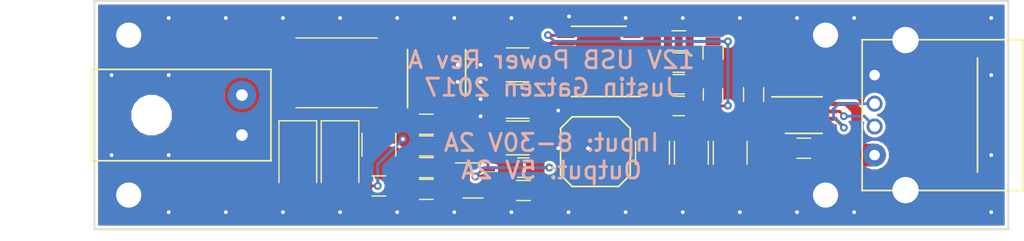
<source format=kicad_pcb>
(kicad_pcb (version 4) (host pcbnew 4.0.5)

  (general
    (links 82)
    (no_connects 0)
    (area 92.424999 89.924999 172.575001 110.075001)
    (thickness 1.6)
    (drawings 5)
    (tracks 202)
    (zones 0)
    (modules 36)
    (nets 25)
  )

  (page A4)
  (layers
    (0 F.Cu signal)
    (31 B.Cu signal)
    (32 B.Adhes user)
    (33 F.Adhes user)
    (34 B.Paste user)
    (35 F.Paste user)
    (36 B.SilkS user)
    (37 F.SilkS user)
    (38 B.Mask user)
    (39 F.Mask user)
    (40 Dwgs.User user hide)
    (41 Cmts.User user hide)
    (42 Eco1.User user)
    (43 Eco2.User user)
    (44 Edge.Cuts user)
    (45 Margin user hide)
    (46 B.CrtYd user)
    (47 F.CrtYd user)
    (48 B.Fab user)
    (49 F.Fab user)
  )

  (setup
    (last_trace_width 0.254)
    (trace_clearance 0.1524)
    (zone_clearance 0.254)
    (zone_45_only no)
    (trace_min 0.1524)
    (segment_width 0.2)
    (edge_width 0.15)
    (via_size 0.6858)
    (via_drill 0.3302)
    (via_min_size 0.6858)
    (via_min_drill 0.3302)
    (uvia_size 0.762)
    (uvia_drill 0.508)
    (uvias_allowed no)
    (uvia_min_size 0)
    (uvia_min_drill 0)
    (pcb_text_width 0.3)
    (pcb_text_size 1.5 1.5)
    (mod_edge_width 0.15)
    (mod_text_size 1 1)
    (mod_text_width 0.15)
    (pad_size 4.4 4.4)
    (pad_drill 2.2)
    (pad_to_mask_clearance 0.2)
    (aux_axis_origin 92.5 110)
    (grid_origin 92.5 110)
    (visible_elements 7FFFFFFF)
    (pcbplotparams
      (layerselection 0x00030_80000001)
      (usegerberextensions false)
      (excludeedgelayer true)
      (linewidth 0.100000)
      (plotframeref false)
      (viasonmask false)
      (mode 1)
      (useauxorigin false)
      (hpglpennumber 1)
      (hpglpenspeed 20)
      (hpglpendiameter 15)
      (hpglpenoverlay 2)
      (psnegative false)
      (psa4output false)
      (plotreference true)
      (plotvalue true)
      (plotinvisibletext false)
      (padsonsilk false)
      (subtractmaskfromsilk false)
      (outputformat 1)
      (mirror false)
      (drillshape 1)
      (scaleselection 1)
      (outputdirectory ""))
  )

  (net 0 "")
  (net 1 "Net-(C6-Pad1)")
  (net 2 "Net-(C7-Pad1)")
  (net 3 "Net-(C7-Pad2)")
  (net 4 "Net-(C8-Pad1)")
  (net 5 "Net-(D1-Pad2)")
  (net 6 "Net-(P2-Pad3)")
  (net 7 "Net-(P2-Pad2)")
  (net 8 "Net-(P2-Pad1)")
  (net 9 "Net-(R2-Pad2)")
  (net 10 "Net-(R3-Pad2)")
  (net 11 "Net-(R5-Pad1)")
  (net 12 "Net-(R9-Pad2)")
  (net 13 "Net-(R10-Pad1)")
  (net 14 "Net-(U1-Pad1)")
  (net 15 "Net-(U1-Pad2)")
  (net 16 "Net-(U2-Pad6)")
  (net 17 "Net-(U3-Pad8)")
  (net 18 "Net-(U3-Pad14)")
  (net 19 "Net-(U4-Pad4)")
  (net 20 /GND)
  (net 21 /VINP)
  (net 22 /5V0)
  (net 23 /VIN)
  (net 24 /VINF)

  (net_class Default "This is the default net class."
    (clearance 0.1524)
    (trace_width 0.254)
    (via_dia 0.6858)
    (via_drill 0.3302)
    (uvia_dia 0.762)
    (uvia_drill 0.508)
    (add_net /5V0)
    (add_net /GND)
    (add_net /VIN)
    (add_net /VINF)
    (add_net /VINP)
    (add_net "Net-(C6-Pad1)")
    (add_net "Net-(C7-Pad1)")
    (add_net "Net-(C7-Pad2)")
    (add_net "Net-(C8-Pad1)")
    (add_net "Net-(D1-Pad2)")
    (add_net "Net-(P2-Pad1)")
    (add_net "Net-(P2-Pad2)")
    (add_net "Net-(P2-Pad3)")
    (add_net "Net-(R10-Pad1)")
    (add_net "Net-(R2-Pad2)")
    (add_net "Net-(R3-Pad2)")
    (add_net "Net-(R5-Pad1)")
    (add_net "Net-(R9-Pad2)")
    (add_net "Net-(U1-Pad1)")
    (add_net "Net-(U1-Pad2)")
    (add_net "Net-(U2-Pad6)")
    (add_net "Net-(U3-Pad14)")
    (add_net "Net-(U3-Pad8)")
    (add_net "Net-(U4-Pad4)")
  )

  (module Mounting_Holes:MountingHole_2.2mm_M2_Pad (layer F.Cu) (tedit 58C0B60E) (tstamp 58C0DCBA)
    (at 156.5 93)
    (descr "Mounting Hole 2.2mm, M2")
    (tags "mounting hole 2.2mm m2")
    (fp_text reference REF** (at 0 -3.2) (layer F.SilkS) hide
      (effects (font (size 1 1) (thickness 0.15)))
    )
    (fp_text value MountingHole_2.2mm_M2_Pad (at 0 3.2) (layer F.Fab)
      (effects (font (size 1 1) (thickness 0.15)))
    )
    (fp_circle (center 0 0) (end 2.2 0) (layer Cmts.User) (width 0.15))
    (fp_circle (center 0 0) (end 2.45 0) (layer F.CrtYd) (width 0.05))
    (pad 1 thru_hole circle (at 0 0) (size 4.4 4.4) (drill 2.2) (layers *.Cu *.Mask)
      (net 20 /GND))
  )

  (module Mounting_Holes:MountingHole_2.2mm_M2_Pad (layer F.Cu) (tedit 58C0B608) (tstamp 58C0DCA9)
    (at 156.5 107)
    (descr "Mounting Hole 2.2mm, M2")
    (tags "mounting hole 2.2mm m2")
    (fp_text reference REF** (at 0 -3.2) (layer F.SilkS) hide
      (effects (font (size 1 1) (thickness 0.15)))
    )
    (fp_text value MountingHole_2.2mm_M2_Pad (at 0 3.2) (layer F.Fab)
      (effects (font (size 1 1) (thickness 0.15)))
    )
    (fp_circle (center 0 0) (end 2.2 0) (layer Cmts.User) (width 0.15))
    (fp_circle (center 0 0) (end 2.45 0) (layer F.CrtYd) (width 0.05))
    (pad 1 thru_hole circle (at 0 0) (size 4.4 4.4) (drill 2.2) (layers *.Cu *.Mask)
      (net 20 /GND))
  )

  (module Mounting_Holes:MountingHole_2.2mm_M2_Pad (layer F.Cu) (tedit 58C0B602) (tstamp 58C0DC94)
    (at 95.5 107)
    (descr "Mounting Hole 2.2mm, M2")
    (tags "mounting hole 2.2mm m2")
    (fp_text reference REF** (at 0 -3.2) (layer F.SilkS) hide
      (effects (font (size 1 1) (thickness 0.15)))
    )
    (fp_text value MountingHole_2.2mm_M2_Pad (at 0 3.2) (layer F.Fab)
      (effects (font (size 1 1) (thickness 0.15)))
    )
    (fp_circle (center 0 0) (end 2.2 0) (layer Cmts.User) (width 0.15))
    (fp_circle (center 0 0) (end 2.45 0) (layer F.CrtYd) (width 0.05))
    (pad 1 thru_hole circle (at 0 0) (size 4.4 4.4) (drill 2.2) (layers *.Cu *.Mask)
      (net 20 /GND))
  )

  (module Capacitors_SMD:C_1210 (layer F.Cu) (tedit 58C0A812) (tstamp 58BB0BEB)
    (at 117.4 102.6 270)
    (descr "Capacitor SMD 1210, reflow soldering, AVX (see smccp.pdf)")
    (tags "capacitor 1210")
    (path /58AC27C1)
    (attr smd)
    (fp_text reference C1 (at 0 -2.25 270) (layer F.SilkS) hide
      (effects (font (size 1 1) (thickness 0.15)))
    )
    (fp_text value "0.22uF 250V" (at 0 2.5 270) (layer F.Fab)
      (effects (font (size 1 1) (thickness 0.15)))
    )
    (fp_text user %R (at 0 -2.25 270) (layer F.Fab) hide
      (effects (font (size 1 1) (thickness 0.15)))
    )
    (fp_line (start -1.6 1.25) (end -1.6 -1.25) (layer F.Fab) (width 0.1))
    (fp_line (start 1.6 1.25) (end -1.6 1.25) (layer F.Fab) (width 0.1))
    (fp_line (start 1.6 -1.25) (end 1.6 1.25) (layer F.Fab) (width 0.1))
    (fp_line (start -1.6 -1.25) (end 1.6 -1.25) (layer F.Fab) (width 0.1))
    (fp_line (start 1 -1.48) (end -1 -1.48) (layer F.SilkS) (width 0.12))
    (fp_line (start -1 1.48) (end 1 1.48) (layer F.SilkS) (width 0.12))
    (fp_line (start -2.25 -1.5) (end 2.25 -1.5) (layer F.CrtYd) (width 0.05))
    (fp_line (start -2.25 -1.5) (end -2.25 1.5) (layer F.CrtYd) (width 0.05))
    (fp_line (start 2.25 1.5) (end 2.25 -1.5) (layer F.CrtYd) (width 0.05))
    (fp_line (start 2.25 1.5) (end -2.25 1.5) (layer F.CrtYd) (width 0.05))
    (pad 1 smd rect (at -1.5 0 270) (size 1 2.5) (layers F.Cu F.Paste F.Mask)
      (net 24 /VINF))
    (pad 2 smd rect (at 1.5 0 270) (size 1 2.5) (layers F.Cu F.Paste F.Mask)
      (net 20 /GND))
    (model Capacitors_SMD.3dshapes/C_1210.wrl
      (at (xyz 0 0 0))
      (scale (xyz 1 1 1))
      (rotate (xyz 0 0 0))
    )
  )

  (module Capacitors_SMD:C_1210 (layer F.Cu) (tedit 58C0A824) (tstamp 58BB0BF1)
    (at 129.55 102 180)
    (descr "Capacitor SMD 1210, reflow soldering, AVX (see smccp.pdf)")
    (tags "capacitor 1210")
    (path /58AC3489)
    (attr smd)
    (fp_text reference C2 (at 0 -2.25 180) (layer F.SilkS) hide
      (effects (font (size 1 1) (thickness 0.15)))
    )
    (fp_text value "10uF 50V" (at 0 2.5 180) (layer F.Fab)
      (effects (font (size 1 1) (thickness 0.15)))
    )
    (fp_text user %R (at 0 -2.25 180) (layer F.Fab)
      (effects (font (size 1 1) (thickness 0.15)))
    )
    (fp_line (start -1.6 1.25) (end -1.6 -1.25) (layer F.Fab) (width 0.1))
    (fp_line (start 1.6 1.25) (end -1.6 1.25) (layer F.Fab) (width 0.1))
    (fp_line (start 1.6 -1.25) (end 1.6 1.25) (layer F.Fab) (width 0.1))
    (fp_line (start -1.6 -1.25) (end 1.6 -1.25) (layer F.Fab) (width 0.1))
    (fp_line (start 1 -1.48) (end -1 -1.48) (layer F.SilkS) (width 0.12))
    (fp_line (start -1 1.48) (end 1 1.48) (layer F.SilkS) (width 0.12))
    (fp_line (start -2.25 -1.5) (end 2.25 -1.5) (layer F.CrtYd) (width 0.05))
    (fp_line (start -2.25 -1.5) (end -2.25 1.5) (layer F.CrtYd) (width 0.05))
    (fp_line (start 2.25 1.5) (end 2.25 -1.5) (layer F.CrtYd) (width 0.05))
    (fp_line (start 2.25 1.5) (end -2.25 1.5) (layer F.CrtYd) (width 0.05))
    (pad 1 smd rect (at -1.5 0 180) (size 1 2.5) (layers F.Cu F.Paste F.Mask)
      (net 21 /VINP))
    (pad 2 smd rect (at 1.5 0 180) (size 1 2.5) (layers F.Cu F.Paste F.Mask)
      (net 20 /GND))
    (model Capacitors_SMD.3dshapes/C_1210.wrl
      (at (xyz 0 0 0))
      (scale (xyz 1 1 1))
      (rotate (xyz 0 0 0))
    )
  )

  (module Capacitors_SMD:C_1210 (layer F.Cu) (tedit 58C0A827) (tstamp 58BB0BF7)
    (at 129.55 98.8 180)
    (descr "Capacitor SMD 1210, reflow soldering, AVX (see smccp.pdf)")
    (tags "capacitor 1210")
    (path /58AC354D)
    (attr smd)
    (fp_text reference C3 (at 0 -2.25 180) (layer F.SilkS) hide
      (effects (font (size 1 1) (thickness 0.15)))
    )
    (fp_text value "10uF 50V" (at 0 2.5 180) (layer F.Fab)
      (effects (font (size 1 1) (thickness 0.15)))
    )
    (fp_text user %R (at 0 -2.25 180) (layer F.Fab)
      (effects (font (size 1 1) (thickness 0.15)))
    )
    (fp_line (start -1.6 1.25) (end -1.6 -1.25) (layer F.Fab) (width 0.1))
    (fp_line (start 1.6 1.25) (end -1.6 1.25) (layer F.Fab) (width 0.1))
    (fp_line (start 1.6 -1.25) (end 1.6 1.25) (layer F.Fab) (width 0.1))
    (fp_line (start -1.6 -1.25) (end 1.6 -1.25) (layer F.Fab) (width 0.1))
    (fp_line (start 1 -1.48) (end -1 -1.48) (layer F.SilkS) (width 0.12))
    (fp_line (start -1 1.48) (end 1 1.48) (layer F.SilkS) (width 0.12))
    (fp_line (start -2.25 -1.5) (end 2.25 -1.5) (layer F.CrtYd) (width 0.05))
    (fp_line (start -2.25 -1.5) (end -2.25 1.5) (layer F.CrtYd) (width 0.05))
    (fp_line (start 2.25 1.5) (end 2.25 -1.5) (layer F.CrtYd) (width 0.05))
    (fp_line (start 2.25 1.5) (end -2.25 1.5) (layer F.CrtYd) (width 0.05))
    (pad 1 smd rect (at -1.5 0 180) (size 1 2.5) (layers F.Cu F.Paste F.Mask)
      (net 21 /VINP))
    (pad 2 smd rect (at 1.5 0 180) (size 1 2.5) (layers F.Cu F.Paste F.Mask)
      (net 20 /GND))
    (model Capacitors_SMD.3dshapes/C_1210.wrl
      (at (xyz 0 0 0))
      (scale (xyz 1 1 1))
      (rotate (xyz 0 0 0))
    )
  )

  (module Capacitors_SMD:C_1210 (layer F.Cu) (tedit 58C0A82A) (tstamp 58BB0BFD)
    (at 129.55 95.6 180)
    (descr "Capacitor SMD 1210, reflow soldering, AVX (see smccp.pdf)")
    (tags "capacitor 1210")
    (path /58AC3582)
    (attr smd)
    (fp_text reference C4 (at 0 -2.25 180) (layer F.SilkS) hide
      (effects (font (size 1 1) (thickness 0.15)))
    )
    (fp_text value "10uF 50V" (at 0 2.5 180) (layer F.Fab)
      (effects (font (size 1 1) (thickness 0.15)))
    )
    (fp_text user %R (at 0 -2.25 180) (layer F.Fab)
      (effects (font (size 1 1) (thickness 0.15)))
    )
    (fp_line (start -1.6 1.25) (end -1.6 -1.25) (layer F.Fab) (width 0.1))
    (fp_line (start 1.6 1.25) (end -1.6 1.25) (layer F.Fab) (width 0.1))
    (fp_line (start 1.6 -1.25) (end 1.6 1.25) (layer F.Fab) (width 0.1))
    (fp_line (start -1.6 -1.25) (end 1.6 -1.25) (layer F.Fab) (width 0.1))
    (fp_line (start 1 -1.48) (end -1 -1.48) (layer F.SilkS) (width 0.12))
    (fp_line (start -1 1.48) (end 1 1.48) (layer F.SilkS) (width 0.12))
    (fp_line (start -2.25 -1.5) (end 2.25 -1.5) (layer F.CrtYd) (width 0.05))
    (fp_line (start -2.25 -1.5) (end -2.25 1.5) (layer F.CrtYd) (width 0.05))
    (fp_line (start 2.25 1.5) (end 2.25 -1.5) (layer F.CrtYd) (width 0.05))
    (fp_line (start 2.25 1.5) (end -2.25 1.5) (layer F.CrtYd) (width 0.05))
    (pad 1 smd rect (at -1.5 0 180) (size 1 2.5) (layers F.Cu F.Paste F.Mask)
      (net 21 /VINP))
    (pad 2 smd rect (at 1.5 0 180) (size 1 2.5) (layers F.Cu F.Paste F.Mask)
      (net 20 /GND))
    (model Capacitors_SMD.3dshapes/C_1210.wrl
      (at (xyz 0 0 0))
      (scale (xyz 1 1 1))
      (rotate (xyz 0 0 0))
    )
  )

  (module Capacitors_SMD:C_0805 (layer F.Cu) (tedit 58C0A822) (tstamp 58BB0C03)
    (at 130.05 104.6 180)
    (descr "Capacitor SMD 0805, reflow soldering, AVX (see smccp.pdf)")
    (tags "capacitor 0805")
    (path /58AC373C)
    (attr smd)
    (fp_text reference C5 (at 0 -1.5 180) (layer F.SilkS) hide
      (effects (font (size 1 1) (thickness 0.15)))
    )
    (fp_text value "10nF 50V" (at 0 1.75 180) (layer F.Fab)
      (effects (font (size 1 1) (thickness 0.15)))
    )
    (fp_text user %R (at 0 -1.5 180) (layer F.Fab)
      (effects (font (size 1 1) (thickness 0.15)))
    )
    (fp_line (start -1 0.62) (end -1 -0.62) (layer F.Fab) (width 0.1))
    (fp_line (start 1 0.62) (end -1 0.62) (layer F.Fab) (width 0.1))
    (fp_line (start 1 -0.62) (end 1 0.62) (layer F.Fab) (width 0.1))
    (fp_line (start -1 -0.62) (end 1 -0.62) (layer F.Fab) (width 0.1))
    (fp_line (start 0.5 -0.85) (end -0.5 -0.85) (layer F.SilkS) (width 0.12))
    (fp_line (start -0.5 0.85) (end 0.5 0.85) (layer F.SilkS) (width 0.12))
    (fp_line (start -1.75 -0.88) (end 1.75 -0.88) (layer F.CrtYd) (width 0.05))
    (fp_line (start -1.75 -0.88) (end -1.75 0.87) (layer F.CrtYd) (width 0.05))
    (fp_line (start 1.75 0.87) (end 1.75 -0.88) (layer F.CrtYd) (width 0.05))
    (fp_line (start 1.75 0.87) (end -1.75 0.87) (layer F.CrtYd) (width 0.05))
    (pad 1 smd rect (at -1 0 180) (size 1 1.25) (layers F.Cu F.Paste F.Mask)
      (net 21 /VINP))
    (pad 2 smd rect (at 1 0 180) (size 1 1.25) (layers F.Cu F.Paste F.Mask)
      (net 20 /GND))
    (model Capacitors_SMD.3dshapes/C_0805.wrl
      (at (xyz 0 0 0))
      (scale (xyz 1 1 1))
      (rotate (xyz 0 0 0))
    )
  )

  (module Capacitors_SMD:C_0805 (layer F.Cu) (tedit 58C0A845) (tstamp 58BB0C09)
    (at 143.65 97.3)
    (descr "Capacitor SMD 0805, reflow soldering, AVX (see smccp.pdf)")
    (tags "capacitor 0805")
    (path /58AD9BDB)
    (attr smd)
    (fp_text reference C6 (at 0 -1.5) (layer F.SilkS) hide
      (effects (font (size 1 1) (thickness 0.15)))
    )
    (fp_text value "3.3uF 10V" (at 0 1.75) (layer F.Fab)
      (effects (font (size 1 1) (thickness 0.15)))
    )
    (fp_text user %R (at 0 -1.5) (layer F.Fab)
      (effects (font (size 1 1) (thickness 0.15)))
    )
    (fp_line (start -1 0.62) (end -1 -0.62) (layer F.Fab) (width 0.1))
    (fp_line (start 1 0.62) (end -1 0.62) (layer F.Fab) (width 0.1))
    (fp_line (start 1 -0.62) (end 1 0.62) (layer F.Fab) (width 0.1))
    (fp_line (start -1 -0.62) (end 1 -0.62) (layer F.Fab) (width 0.1))
    (fp_line (start 0.5 -0.85) (end -0.5 -0.85) (layer F.SilkS) (width 0.12))
    (fp_line (start -0.5 0.85) (end 0.5 0.85) (layer F.SilkS) (width 0.12))
    (fp_line (start -1.75 -0.88) (end 1.75 -0.88) (layer F.CrtYd) (width 0.05))
    (fp_line (start -1.75 -0.88) (end -1.75 0.87) (layer F.CrtYd) (width 0.05))
    (fp_line (start 1.75 0.87) (end 1.75 -0.88) (layer F.CrtYd) (width 0.05))
    (fp_line (start 1.75 0.87) (end -1.75 0.87) (layer F.CrtYd) (width 0.05))
    (pad 1 smd rect (at -1 0) (size 1 1.25) (layers F.Cu F.Paste F.Mask)
      (net 1 "Net-(C6-Pad1)"))
    (pad 2 smd rect (at 1 0) (size 1 1.25) (layers F.Cu F.Paste F.Mask)
      (net 20 /GND))
    (model Capacitors_SMD.3dshapes/C_0805.wrl
      (at (xyz 0 0 0))
      (scale (xyz 1 1 1))
      (rotate (xyz 0 0 0))
    )
  )

  (module Capacitors_SMD:C_0805 (layer F.Cu) (tedit 58C0A842) (tstamp 58BB0C0F)
    (at 143.65 99.2)
    (descr "Capacitor SMD 0805, reflow soldering, AVX (see smccp.pdf)")
    (tags "capacitor 0805")
    (path /58ADA916)
    (attr smd)
    (fp_text reference C7 (at 0 -1.5) (layer F.SilkS) hide
      (effects (font (size 1 1) (thickness 0.15)))
    )
    (fp_text value "0.47uF 50V" (at 0 1.75) (layer F.Fab)
      (effects (font (size 1 1) (thickness 0.15)))
    )
    (fp_text user %R (at 0 -1.5) (layer F.Fab)
      (effects (font (size 1 1) (thickness 0.15)))
    )
    (fp_line (start -1 0.62) (end -1 -0.62) (layer F.Fab) (width 0.1))
    (fp_line (start 1 0.62) (end -1 0.62) (layer F.Fab) (width 0.1))
    (fp_line (start 1 -0.62) (end 1 0.62) (layer F.Fab) (width 0.1))
    (fp_line (start -1 -0.62) (end 1 -0.62) (layer F.Fab) (width 0.1))
    (fp_line (start 0.5 -0.85) (end -0.5 -0.85) (layer F.SilkS) (width 0.12))
    (fp_line (start -0.5 0.85) (end 0.5 0.85) (layer F.SilkS) (width 0.12))
    (fp_line (start -1.75 -0.88) (end 1.75 -0.88) (layer F.CrtYd) (width 0.05))
    (fp_line (start -1.75 -0.88) (end -1.75 0.87) (layer F.CrtYd) (width 0.05))
    (fp_line (start 1.75 0.87) (end 1.75 -0.88) (layer F.CrtYd) (width 0.05))
    (fp_line (start 1.75 0.87) (end -1.75 0.87) (layer F.CrtYd) (width 0.05))
    (pad 1 smd rect (at -1 0) (size 1 1.25) (layers F.Cu F.Paste F.Mask)
      (net 2 "Net-(C7-Pad1)"))
    (pad 2 smd rect (at 1 0) (size 1 1.25) (layers F.Cu F.Paste F.Mask)
      (net 3 "Net-(C7-Pad2)"))
    (model Capacitors_SMD.3dshapes/C_0805.wrl
      (at (xyz 0 0 0))
      (scale (xyz 1 1 1))
      (rotate (xyz 0 0 0))
    )
  )

  (module Capacitors_SMD:C_0805 (layer F.Cu) (tedit 58C0A84E) (tstamp 58BB0C15)
    (at 143.65 95.4)
    (descr "Capacitor SMD 0805, reflow soldering, AVX (see smccp.pdf)")
    (tags "capacitor 0805")
    (path /58ADCFB2)
    (attr smd)
    (fp_text reference C8 (at 0 -1.5) (layer F.SilkS) hide
      (effects (font (size 1 1) (thickness 0.15)))
    )
    (fp_text value "0.1uF 10V" (at 0 1.75) (layer F.Fab)
      (effects (font (size 1 1) (thickness 0.15)))
    )
    (fp_text user %R (at 0 -1.5) (layer F.Fab)
      (effects (font (size 1 1) (thickness 0.15)))
    )
    (fp_line (start -1 0.62) (end -1 -0.62) (layer F.Fab) (width 0.1))
    (fp_line (start 1 0.62) (end -1 0.62) (layer F.Fab) (width 0.1))
    (fp_line (start 1 -0.62) (end 1 0.62) (layer F.Fab) (width 0.1))
    (fp_line (start -1 -0.62) (end 1 -0.62) (layer F.Fab) (width 0.1))
    (fp_line (start 0.5 -0.85) (end -0.5 -0.85) (layer F.SilkS) (width 0.12))
    (fp_line (start -0.5 0.85) (end 0.5 0.85) (layer F.SilkS) (width 0.12))
    (fp_line (start -1.75 -0.88) (end 1.75 -0.88) (layer F.CrtYd) (width 0.05))
    (fp_line (start -1.75 -0.88) (end -1.75 0.87) (layer F.CrtYd) (width 0.05))
    (fp_line (start 1.75 0.87) (end 1.75 -0.88) (layer F.CrtYd) (width 0.05))
    (fp_line (start 1.75 0.87) (end -1.75 0.87) (layer F.CrtYd) (width 0.05))
    (pad 1 smd rect (at -1 0) (size 1 1.25) (layers F.Cu F.Paste F.Mask)
      (net 4 "Net-(C8-Pad1)"))
    (pad 2 smd rect (at 1 0) (size 1 1.25) (layers F.Cu F.Paste F.Mask)
      (net 20 /GND))
    (model Capacitors_SMD.3dshapes/C_0805.wrl
      (at (xyz 0 0 0))
      (scale (xyz 1 1 1))
      (rotate (xyz 0 0 0))
    )
  )

  (module Capacitors_SMD:C_1210 (layer F.Cu) (tedit 58C0A83A) (tstamp 58BB0C1B)
    (at 148.15 103.3 270)
    (descr "Capacitor SMD 1210, reflow soldering, AVX (see smccp.pdf)")
    (tags "capacitor 1210")
    (path /58ADF7B6)
    (attr smd)
    (fp_text reference C9 (at 0 -2.25 270) (layer F.SilkS) hide
      (effects (font (size 1 1) (thickness 0.15)))
    )
    (fp_text value "22uF 10V" (at 0 2.5 270) (layer F.Fab)
      (effects (font (size 1 1) (thickness 0.15)))
    )
    (fp_text user %R (at 0 -2.25 270) (layer F.Fab)
      (effects (font (size 1 1) (thickness 0.15)))
    )
    (fp_line (start -1.6 1.25) (end -1.6 -1.25) (layer F.Fab) (width 0.1))
    (fp_line (start 1.6 1.25) (end -1.6 1.25) (layer F.Fab) (width 0.1))
    (fp_line (start 1.6 -1.25) (end 1.6 1.25) (layer F.Fab) (width 0.1))
    (fp_line (start -1.6 -1.25) (end 1.6 -1.25) (layer F.Fab) (width 0.1))
    (fp_line (start 1 -1.48) (end -1 -1.48) (layer F.SilkS) (width 0.12))
    (fp_line (start -1 1.48) (end 1 1.48) (layer F.SilkS) (width 0.12))
    (fp_line (start -2.25 -1.5) (end 2.25 -1.5) (layer F.CrtYd) (width 0.05))
    (fp_line (start -2.25 -1.5) (end -2.25 1.5) (layer F.CrtYd) (width 0.05))
    (fp_line (start 2.25 1.5) (end 2.25 -1.5) (layer F.CrtYd) (width 0.05))
    (fp_line (start 2.25 1.5) (end -2.25 1.5) (layer F.CrtYd) (width 0.05))
    (pad 1 smd rect (at -1.5 0 270) (size 1 2.5) (layers F.Cu F.Paste F.Mask)
      (net 22 /5V0))
    (pad 2 smd rect (at 1.5 0 270) (size 1 2.5) (layers F.Cu F.Paste F.Mask)
      (net 20 /GND))
    (model Capacitors_SMD.3dshapes/C_1210.wrl
      (at (xyz 0 0 0))
      (scale (xyz 1 1 1))
      (rotate (xyz 0 0 0))
    )
  )

  (module Capacitors_SMD:C_1210 (layer F.Cu) (tedit 58C0A838) (tstamp 58BB0C21)
    (at 144.75 103.3 270)
    (descr "Capacitor SMD 1210, reflow soldering, AVX (see smccp.pdf)")
    (tags "capacitor 1210")
    (path /58AE6B20)
    (attr smd)
    (fp_text reference C10 (at 0 -2.25 270) (layer F.SilkS) hide
      (effects (font (size 1 1) (thickness 0.15)))
    )
    (fp_text value "22uF 10V" (at 0 2.5 270) (layer F.Fab)
      (effects (font (size 1 1) (thickness 0.15)))
    )
    (fp_text user %R (at 0 -2.25 270) (layer F.Fab)
      (effects (font (size 1 1) (thickness 0.15)))
    )
    (fp_line (start -1.6 1.25) (end -1.6 -1.25) (layer F.Fab) (width 0.1))
    (fp_line (start 1.6 1.25) (end -1.6 1.25) (layer F.Fab) (width 0.1))
    (fp_line (start 1.6 -1.25) (end 1.6 1.25) (layer F.Fab) (width 0.1))
    (fp_line (start -1.6 -1.25) (end 1.6 -1.25) (layer F.Fab) (width 0.1))
    (fp_line (start 1 -1.48) (end -1 -1.48) (layer F.SilkS) (width 0.12))
    (fp_line (start -1 1.48) (end 1 1.48) (layer F.SilkS) (width 0.12))
    (fp_line (start -2.25 -1.5) (end 2.25 -1.5) (layer F.CrtYd) (width 0.05))
    (fp_line (start -2.25 -1.5) (end -2.25 1.5) (layer F.CrtYd) (width 0.05))
    (fp_line (start 2.25 1.5) (end 2.25 -1.5) (layer F.CrtYd) (width 0.05))
    (fp_line (start 2.25 1.5) (end -2.25 1.5) (layer F.CrtYd) (width 0.05))
    (pad 1 smd rect (at -1.5 0 270) (size 1 2.5) (layers F.Cu F.Paste F.Mask)
      (net 22 /5V0))
    (pad 2 smd rect (at 1.5 0 270) (size 1 2.5) (layers F.Cu F.Paste F.Mask)
      (net 20 /GND))
    (model Capacitors_SMD.3dshapes/C_1210.wrl
      (at (xyz 0 0 0))
      (scale (xyz 1 1 1))
      (rotate (xyz 0 0 0))
    )
  )

  (module Capacitors_SMD:C_1210 (layer F.Cu) (tedit 58C0A835) (tstamp 58BB0C27)
    (at 141.35 103.3 270)
    (descr "Capacitor SMD 1210, reflow soldering, AVX (see smccp.pdf)")
    (tags "capacitor 1210")
    (path /58AE6B7D)
    (attr smd)
    (fp_text reference C11 (at 0 -2.25 270) (layer F.SilkS) hide
      (effects (font (size 1 1) (thickness 0.15)))
    )
    (fp_text value "22uF 10V" (at 0 2.5 270) (layer F.Fab)
      (effects (font (size 1 1) (thickness 0.15)))
    )
    (fp_text user %R (at 0 -2.25 270) (layer F.Fab)
      (effects (font (size 1 1) (thickness 0.15)))
    )
    (fp_line (start -1.6 1.25) (end -1.6 -1.25) (layer F.Fab) (width 0.1))
    (fp_line (start 1.6 1.25) (end -1.6 1.25) (layer F.Fab) (width 0.1))
    (fp_line (start 1.6 -1.25) (end 1.6 1.25) (layer F.Fab) (width 0.1))
    (fp_line (start -1.6 -1.25) (end 1.6 -1.25) (layer F.Fab) (width 0.1))
    (fp_line (start 1 -1.48) (end -1 -1.48) (layer F.SilkS) (width 0.12))
    (fp_line (start -1 1.48) (end 1 1.48) (layer F.SilkS) (width 0.12))
    (fp_line (start -2.25 -1.5) (end 2.25 -1.5) (layer F.CrtYd) (width 0.05))
    (fp_line (start -2.25 -1.5) (end -2.25 1.5) (layer F.CrtYd) (width 0.05))
    (fp_line (start 2.25 1.5) (end 2.25 -1.5) (layer F.CrtYd) (width 0.05))
    (fp_line (start 2.25 1.5) (end -2.25 1.5) (layer F.CrtYd) (width 0.05))
    (pad 1 smd rect (at -1.5 0 270) (size 1 2.5) (layers F.Cu F.Paste F.Mask)
      (net 22 /5V0))
    (pad 2 smd rect (at 1.5 0 270) (size 1 2.5) (layers F.Cu F.Paste F.Mask)
      (net 20 /GND))
    (model Capacitors_SMD.3dshapes/C_1210.wrl
      (at (xyz 0 0 0))
      (scale (xyz 1 1 1))
      (rotate (xyz 0 0 0))
    )
  )

  (module Capacitors_SMD:C_0805 (layer F.Cu) (tedit 58C0A83F) (tstamp 58BB0C2D)
    (at 146.65 98.2 90)
    (descr "Capacitor SMD 0805, reflow soldering, AVX (see smccp.pdf)")
    (tags "capacitor 0805")
    (path /58B863D5)
    (attr smd)
    (fp_text reference C12 (at 0 -1.5 90) (layer F.SilkS) hide
      (effects (font (size 1 1) (thickness 0.15)))
    )
    (fp_text value "0.1uF 10V" (at 0 1.75 90) (layer F.Fab)
      (effects (font (size 1 1) (thickness 0.15)))
    )
    (fp_text user %R (at 0 -1.5 90) (layer F.Fab)
      (effects (font (size 1 1) (thickness 0.15)))
    )
    (fp_line (start -1 0.62) (end -1 -0.62) (layer F.Fab) (width 0.1))
    (fp_line (start 1 0.62) (end -1 0.62) (layer F.Fab) (width 0.1))
    (fp_line (start 1 -0.62) (end 1 0.62) (layer F.Fab) (width 0.1))
    (fp_line (start -1 -0.62) (end 1 -0.62) (layer F.Fab) (width 0.1))
    (fp_line (start 0.5 -0.85) (end -0.5 -0.85) (layer F.SilkS) (width 0.12))
    (fp_line (start -0.5 0.85) (end 0.5 0.85) (layer F.SilkS) (width 0.12))
    (fp_line (start -1.75 -0.88) (end 1.75 -0.88) (layer F.CrtYd) (width 0.05))
    (fp_line (start -1.75 -0.88) (end -1.75 0.87) (layer F.CrtYd) (width 0.05))
    (fp_line (start 1.75 0.87) (end 1.75 -0.88) (layer F.CrtYd) (width 0.05))
    (fp_line (start 1.75 0.87) (end -1.75 0.87) (layer F.CrtYd) (width 0.05))
    (pad 1 smd rect (at -1 0 90) (size 1 1.25) (layers F.Cu F.Paste F.Mask)
      (net 22 /5V0))
    (pad 2 smd rect (at 1 0 90) (size 1 1.25) (layers F.Cu F.Paste F.Mask)
      (net 20 /GND))
    (model Capacitors_SMD.3dshapes/C_0805.wrl
      (at (xyz 0 0 0))
      (scale (xyz 1 1 1))
      (rotate (xyz 0 0 0))
    )
  )

  (module Diodes_SMD:D_SMA_Standard (layer F.Cu) (tedit 58C0A809) (tstamp 58BB0C33)
    (at 114 103.9 270)
    (descr "Diode SMA")
    (tags "Diode SMA")
    (path /58AC1829)
    (attr smd)
    (fp_text reference D1 (at 0 -3.81 270) (layer F.SilkS) hide
      (effects (font (size 1 1) (thickness 0.15)))
    )
    (fp_text value 30V (at 0 4.3 270) (layer F.Fab) hide
      (effects (font (size 1 1) (thickness 0.15)))
    )
    (fp_line (start -3.4 -1.65) (end -3.4 1.65) (layer F.SilkS) (width 0.12))
    (fp_line (start 2.3 1.5) (end -2.3 1.5) (layer F.Fab) (width 0.1))
    (fp_line (start -2.3 1.5) (end -2.3 -1.5) (layer F.Fab) (width 0.1))
    (fp_line (start 2.3 -1.5) (end 2.3 1.5) (layer F.Fab) (width 0.1))
    (fp_line (start 2.3 -1.5) (end -2.3 -1.5) (layer F.Fab) (width 0.1))
    (fp_line (start -3.5 -1.75) (end 3.5 -1.75) (layer F.CrtYd) (width 0.05))
    (fp_line (start 3.5 -1.75) (end 3.5 1.75) (layer F.CrtYd) (width 0.05))
    (fp_line (start 3.5 1.75) (end -3.5 1.75) (layer F.CrtYd) (width 0.05))
    (fp_line (start -3.5 1.75) (end -3.5 -1.75) (layer F.CrtYd) (width 0.05))
    (fp_line (start -0.64944 0.00102) (end -1.55114 0.00102) (layer F.Fab) (width 0.1))
    (fp_line (start 0.50118 0.00102) (end 1.4994 0.00102) (layer F.Fab) (width 0.1))
    (fp_line (start -0.64944 -0.79908) (end -0.64944 0.80112) (layer F.Fab) (width 0.1))
    (fp_line (start 0.50118 0.75032) (end 0.50118 -0.79908) (layer F.Fab) (width 0.1))
    (fp_line (start -0.64944 0.00102) (end 0.50118 0.75032) (layer F.Fab) (width 0.1))
    (fp_line (start -0.64944 0.00102) (end 0.50118 -0.79908) (layer F.Fab) (width 0.1))
    (fp_line (start -3.4 1.65) (end 2 1.65) (layer F.SilkS) (width 0.12))
    (fp_line (start -3.4 -1.65) (end 2 -1.65) (layer F.SilkS) (width 0.12))
    (pad 1 smd rect (at -2 0 270) (size 2.5 1.8) (layers F.Cu F.Paste F.Mask)
      (net 24 /VINF))
    (pad 2 smd rect (at 2 0 270) (size 2.5 1.8) (layers F.Cu F.Paste F.Mask)
      (net 5 "Net-(D1-Pad2)"))
    (model Diodes_SMD.3dshapes/D_SMA_Standard.wrl
      (at (xyz 0 0 0))
      (scale (xyz 0.3937 0.3937 0.3937))
      (rotate (xyz 0 0 180))
    )
  )

  (module Diodes_SMD:D_SMA_Standard (layer F.Cu) (tedit 58C0AC87) (tstamp 58BB0C39)
    (at 110.3 103.9 270)
    (descr "Diode SMA")
    (tags "Diode SMA")
    (path /58AC1868)
    (attr smd)
    (fp_text reference D2 (at 0 -3.81 270) (layer F.SilkS) hide
      (effects (font (size 1 1) (thickness 0.15)))
    )
    (fp_text value 15V (at 0 4.3 270) (layer F.Fab) hide
      (effects (font (size 1 1) (thickness 0.15)))
    )
    (fp_line (start -3.4 -1.65) (end -3.4 1.65) (layer F.SilkS) (width 0.12))
    (fp_line (start 2.3 1.5) (end -2.3 1.5) (layer F.Fab) (width 0.1))
    (fp_line (start -2.3 1.5) (end -2.3 -1.5) (layer F.Fab) (width 0.1))
    (fp_line (start 2.3 -1.5) (end 2.3 1.5) (layer F.Fab) (width 0.1))
    (fp_line (start 2.3 -1.5) (end -2.3 -1.5) (layer F.Fab) (width 0.1))
    (fp_line (start -3.5 -1.75) (end 3.5 -1.75) (layer F.CrtYd) (width 0.05))
    (fp_line (start 3.5 -1.75) (end 3.5 1.75) (layer F.CrtYd) (width 0.05))
    (fp_line (start 3.5 1.75) (end -3.5 1.75) (layer F.CrtYd) (width 0.05))
    (fp_line (start -3.5 1.75) (end -3.5 -1.75) (layer F.CrtYd) (width 0.05))
    (fp_line (start -0.64944 0.00102) (end -1.55114 0.00102) (layer F.Fab) (width 0.1))
    (fp_line (start 0.50118 0.00102) (end 1.4994 0.00102) (layer F.Fab) (width 0.1))
    (fp_line (start -0.64944 -0.79908) (end -0.64944 0.80112) (layer F.Fab) (width 0.1))
    (fp_line (start 0.50118 0.75032) (end 0.50118 -0.79908) (layer F.Fab) (width 0.1))
    (fp_line (start -0.64944 0.00102) (end 0.50118 0.75032) (layer F.Fab) (width 0.1))
    (fp_line (start -0.64944 0.00102) (end 0.50118 -0.79908) (layer F.Fab) (width 0.1))
    (fp_line (start -3.4 1.65) (end 2 1.65) (layer F.SilkS) (width 0.12))
    (fp_line (start -3.4 -1.65) (end 2 -1.65) (layer F.SilkS) (width 0.12))
    (pad 1 smd rect (at -2 0 270) (size 2.5 1.8) (layers F.Cu F.Paste F.Mask)
      (net 20 /GND))
    (pad 2 smd rect (at 2 0 270) (size 2.5 1.8) (layers F.Cu F.Paste F.Mask)
      (net 5 "Net-(D1-Pad2)"))
    (model Diodes_SMD.3dshapes/D_SMA_Standard.wrl
      (at (xyz 0 0 0))
      (scale (xyz 0.3937 0.3937 0.3937))
      (rotate (xyz 0 0 180))
    )
  )

  (module Fuse_Holders_and_Fuses:Fuse_SMD2920 (layer F.Cu) (tedit 58C0A804) (tstamp 58BB0C3F)
    (at 113.7 96.3 180)
    (descr "Fuse, 2920 chip size")
    (tags "Fuse SMD2920")
    (path /58AC0BFD)
    (attr smd)
    (fp_text reference F1 (at 0 -4.13 180) (layer F.SilkS) hide
      (effects (font (size 1 1) (thickness 0.15)))
    )
    (fp_text value 2A (at 0 4.38 180) (layer F.Fab)
      (effects (font (size 1 1) (thickness 0.15)))
    )
    (fp_line (start -3.7 -2.55) (end 3.7 -2.55) (layer F.Fab) (width 0.1))
    (fp_line (start 3.7 -2.55) (end 3.7 2.55) (layer F.Fab) (width 0.1))
    (fp_line (start 3.7 2.55) (end -3.7 2.55) (layer F.Fab) (width 0.1))
    (fp_line (start -3.7 2.55) (end -3.7 -2.55) (layer F.Fab) (width 0.1))
    (fp_line (start 5.1 -3.3) (end 5.1 3.3) (layer F.CrtYd) (width 0.05))
    (fp_line (start -5.1 -3.3) (end -5.1 3.3) (layer F.CrtYd) (width 0.05))
    (fp_line (start -5.1 3.3) (end 5.1 3.3) (layer F.CrtYd) (width 0.05))
    (fp_line (start -5.1 -3.3) (end 5.1 -3.3) (layer F.CrtYd) (width 0.05))
    (fp_line (start -3.56 -3.05) (end 3.56 -3.05) (layer F.SilkS) (width 0.12))
    (fp_line (start -3.56 3.05) (end 3.56 3.05) (layer F.SilkS) (width 0.12))
    (pad 1 smd rect (at -3.7 0 270) (size 5.6 2.3) (layers F.Cu F.Paste F.Mask)
      (net 24 /VINF))
    (pad 2 smd rect (at 3.7 0 270) (size 5.6 2.3) (layers F.Cu F.Paste F.Mask)
      (net 23 /VIN))
  )

  (module aiber:VISHAY-2525 (layer F.Cu) (tedit 58C0A832) (tstamp 58BB0C45)
    (at 136.35 103.2 90)
    (path /58ADAA59)
    (fp_text reference L1 (at 0 4.318 90) (layer F.SilkS) hide
      (effects (font (size 1 1) (thickness 0.15)))
    )
    (fp_text value 2.2uH (at 0.254 -4.064 90) (layer F.Fab)
      (effects (font (size 1 1) (thickness 0.15)))
    )
    (fp_line (start -2.032 -3.048) (end -3.048 -2.032) (layer F.SilkS) (width 0.15))
    (fp_line (start 2.032 -3.048) (end -2.032 -3.048) (layer F.SilkS) (width 0.15))
    (fp_line (start 3.048 -2.032) (end 2.032 -3.048) (layer F.SilkS) (width 0.15))
    (fp_line (start 3.048 2.032) (end 3.048 -2.032) (layer F.SilkS) (width 0.15))
    (fp_line (start 2.032 3.048) (end 3.048 2.032) (layer F.SilkS) (width 0.15))
    (fp_line (start -2.032 3.048) (end 2.032 3.048) (layer F.SilkS) (width 0.15))
    (fp_line (start -3.048 2.032) (end -2.032 3.048) (layer F.SilkS) (width 0.15))
    (fp_line (start -3.048 -2.032) (end -3.048 2.032) (layer F.SilkS) (width 0.15))
    (pad 1 smd rect (at -2.921 0 90) (size 2.413 3.429) (layers F.Cu F.Paste F.Mask)
      (net 22 /5V0))
    (pad 2 smd rect (at 2.921 0 90) (size 2.413 3.429) (layers F.Cu F.Paste F.Mask)
      (net 2 "Net-(C7-Pad1)"))
  )

  (module aiber:Molex-1723101102 (layer F.Cu) (tedit 58C0A862) (tstamp 58BB0C4C)
    (at 92.25 100 270)
    (path /58AC0B11)
    (fp_text reference P1 (at 0 1.3 270) (layer F.SilkS) hide
      (effects (font (size 1 1) (thickness 0.15)))
    )
    (fp_text value CONN_01X02 (at 0 -17 270) (layer F.Fab)
      (effects (font (size 1 1) (thickness 0.15)))
    )
    (fp_line (start 4 0) (end -4 0) (layer F.SilkS) (width 0.15))
    (fp_line (start 4 -15.7) (end 4 0) (layer F.SilkS) (width 0.15))
    (fp_line (start -4 -15.7) (end 4 -15.7) (layer F.SilkS) (width 0.15))
    (fp_line (start -4 0) (end -4 -15.7) (layer F.SilkS) (width 0.15))
    (pad 1 thru_hole circle (at -1.75 -13.16 270) (size 2.5 2.5) (drill 1.016) (layers *.Cu *.Mask)
      (net 23 /VIN))
    (pad 2 thru_hole circle (at 1.75 -13.16 270) (size 2.5 2.5) (drill 1.016) (layers *.Cu *.Mask)
      (net 20 /GND))
    (pad "" np_thru_hole circle (at 0 -5.25 270) (size 3.048 3.048) (drill 3.048) (layers *.Cu *.Mask))
  )

  (module aiber:Amphenol-87520-0010BLF (layer F.Cu) (tedit 58C0A85B) (tstamp 58BB0C56)
    (at 163.5 100 90)
    (path /58B8C7A6)
    (fp_text reference P2 (at 0 12 90) (layer F.SilkS) hide
      (effects (font (size 1 1) (thickness 0.15)))
    )
    (fp_text value USB_A (at 0 -5 90) (layer F.Fab)
      (effects (font (size 1 1) (thickness 0.15)))
    )
    (fp_line (start 5 6.3) (end -5 6.3) (layer F.SilkS) (width 0.15))
    (fp_line (start -6.6 10.3) (end -6.6 -3.8) (layer F.SilkS) (width 0.15))
    (fp_line (start 6.6 10.3) (end -6.6 10.3) (layer F.SilkS) (width 0.15))
    (fp_line (start 6.6 -3.8) (end 6.6 10.3) (layer F.SilkS) (width 0.15))
    (fp_line (start -6.6 -3.8) (end 6.6 -3.8) (layer F.SilkS) (width 0.15))
    (pad 3 thru_hole circle (at 1 -2.71 90) (size 1.4 1.4) (drill 0.92) (layers *.Cu *.Mask)
      (net 6 "Net-(P2-Pad3)"))
    (pad 2 thru_hole circle (at -1 -2.71 90) (size 1.4 1.4) (drill 0.92) (layers *.Cu *.Mask)
      (net 7 "Net-(P2-Pad2)"))
    (pad 1 thru_hole circle (at -3.5 -2.71 90) (size 2 2) (drill 0.92) (layers *.Cu *.Mask)
      (net 8 "Net-(P2-Pad1)"))
    (pad 4 thru_hole circle (at 3.5 -2.71 90) (size 2 2) (drill 0.92) (layers *.Cu *.Mask)
      (net 20 /GND))
    (pad 5 thru_hole circle (at -6.57 0 90) (size 3.4 3.4) (drill 2.3) (layers *.Cu *.Mask)
      (net 20 /GND))
    (pad 5 thru_hole circle (at 6.57 0 90) (size 3.4 3.4) (drill 2.3) (layers *.Cu *.Mask)
      (net 20 /GND))
  )

  (module Resistors_SMD:R_0805 (layer F.Cu) (tedit 58C0A807) (tstamp 58BB0C5C)
    (at 117.4 106.2)
    (descr "Resistor SMD 0805, reflow soldering, Vishay (see dcrcw.pdf)")
    (tags "resistor 0805")
    (path /58AD6EA8)
    (attr smd)
    (fp_text reference R1 (at 0 -1.65) (layer F.SilkS) hide
      (effects (font (size 1 1) (thickness 0.15)))
    )
    (fp_text value 10k (at 0 1.75) (layer F.Fab)
      (effects (font (size 1 1) (thickness 0.15)))
    )
    (fp_text user %R (at 0 -1.65) (layer F.Fab) hide
      (effects (font (size 1 1) (thickness 0.15)))
    )
    (fp_line (start -1 0.62) (end -1 -0.62) (layer F.Fab) (width 0.1))
    (fp_line (start 1 0.62) (end -1 0.62) (layer F.Fab) (width 0.1))
    (fp_line (start 1 -0.62) (end 1 0.62) (layer F.Fab) (width 0.1))
    (fp_line (start -1 -0.62) (end 1 -0.62) (layer F.Fab) (width 0.1))
    (fp_line (start 0.6 0.88) (end -0.6 0.88) (layer F.SilkS) (width 0.12))
    (fp_line (start -0.6 -0.88) (end 0.6 -0.88) (layer F.SilkS) (width 0.12))
    (fp_line (start -1.55 -0.9) (end 1.55 -0.9) (layer F.CrtYd) (width 0.05))
    (fp_line (start -1.55 -0.9) (end -1.55 0.9) (layer F.CrtYd) (width 0.05))
    (fp_line (start 1.55 0.9) (end 1.55 -0.9) (layer F.CrtYd) (width 0.05))
    (fp_line (start 1.55 0.9) (end -1.55 0.9) (layer F.CrtYd) (width 0.05))
    (pad 1 smd rect (at -0.95 0) (size 0.7 1.3) (layers F.Cu F.Paste F.Mask)
      (net 24 /VINF))
    (pad 2 smd rect (at 0.95 0) (size 0.7 1.3) (layers F.Cu F.Paste F.Mask)
      (net 20 /GND))
    (model Resistors_SMD.3dshapes/R_0805.wrl
      (at (xyz 0 0 0))
      (scale (xyz 1 1 1))
      (rotate (xyz 0 0 0))
    )
  )

  (module Resistors_SMD:R_0805 (layer F.Cu) (tedit 58C0A816) (tstamp 58BB0C62)
    (at 121.55 102.7)
    (descr "Resistor SMD 0805, reflow soldering, Vishay (see dcrcw.pdf)")
    (tags "resistor 0805")
    (path /58B92AFE)
    (attr smd)
    (fp_text reference R2 (at 0 -1.65) (layer F.SilkS) hide
      (effects (font (size 1 1) (thickness 0.15)))
    )
    (fp_text value 3.9M (at 0 1.75) (layer F.Fab)
      (effects (font (size 1 1) (thickness 0.15)))
    )
    (fp_text user %R (at 0 -1.65) (layer F.Fab)
      (effects (font (size 1 1) (thickness 0.15)))
    )
    (fp_line (start -1 0.62) (end -1 -0.62) (layer F.Fab) (width 0.1))
    (fp_line (start 1 0.62) (end -1 0.62) (layer F.Fab) (width 0.1))
    (fp_line (start 1 -0.62) (end 1 0.62) (layer F.Fab) (width 0.1))
    (fp_line (start -1 -0.62) (end 1 -0.62) (layer F.Fab) (width 0.1))
    (fp_line (start 0.6 0.88) (end -0.6 0.88) (layer F.SilkS) (width 0.12))
    (fp_line (start -0.6 -0.88) (end 0.6 -0.88) (layer F.SilkS) (width 0.12))
    (fp_line (start -1.55 -0.9) (end 1.55 -0.9) (layer F.CrtYd) (width 0.05))
    (fp_line (start -1.55 -0.9) (end -1.55 0.9) (layer F.CrtYd) (width 0.05))
    (fp_line (start 1.55 0.9) (end 1.55 -0.9) (layer F.CrtYd) (width 0.05))
    (fp_line (start 1.55 0.9) (end -1.55 0.9) (layer F.CrtYd) (width 0.05))
    (pad 1 smd rect (at -0.95 0) (size 0.7 1.3) (layers F.Cu F.Paste F.Mask)
      (net 24 /VINF))
    (pad 2 smd rect (at 0.95 0) (size 0.7 1.3) (layers F.Cu F.Paste F.Mask)
      (net 9 "Net-(R2-Pad2)"))
    (model Resistors_SMD.3dshapes/R_0805.wrl
      (at (xyz 0 0 0))
      (scale (xyz 1 1 1))
      (rotate (xyz 0 0 0))
    )
  )

  (module Resistors_SMD:R_0805 (layer F.Cu) (tedit 58C0A80E) (tstamp 58BB0C68)
    (at 121.55 104.6 180)
    (descr "Resistor SMD 0805, reflow soldering, Vishay (see dcrcw.pdf)")
    (tags "resistor 0805")
    (path /58B92D21)
    (attr smd)
    (fp_text reference R3 (at 0 -1.65 180) (layer F.SilkS) hide
      (effects (font (size 1 1) (thickness 0.15)))
    )
    (fp_text value 220k (at 0 1.75 180) (layer F.Fab)
      (effects (font (size 1 1) (thickness 0.15)))
    )
    (fp_text user %R (at 0 -1.65 180) (layer F.Fab)
      (effects (font (size 1 1) (thickness 0.15)))
    )
    (fp_line (start -1 0.62) (end -1 -0.62) (layer F.Fab) (width 0.1))
    (fp_line (start 1 0.62) (end -1 0.62) (layer F.Fab) (width 0.1))
    (fp_line (start 1 -0.62) (end 1 0.62) (layer F.Fab) (width 0.1))
    (fp_line (start -1 -0.62) (end 1 -0.62) (layer F.Fab) (width 0.1))
    (fp_line (start 0.6 0.88) (end -0.6 0.88) (layer F.SilkS) (width 0.12))
    (fp_line (start -0.6 -0.88) (end 0.6 -0.88) (layer F.SilkS) (width 0.12))
    (fp_line (start -1.55 -0.9) (end 1.55 -0.9) (layer F.CrtYd) (width 0.05))
    (fp_line (start -1.55 -0.9) (end -1.55 0.9) (layer F.CrtYd) (width 0.05))
    (fp_line (start 1.55 0.9) (end 1.55 -0.9) (layer F.CrtYd) (width 0.05))
    (fp_line (start 1.55 0.9) (end -1.55 0.9) (layer F.CrtYd) (width 0.05))
    (pad 1 smd rect (at -0.95 0 180) (size 0.7 1.3) (layers F.Cu F.Paste F.Mask)
      (net 9 "Net-(R2-Pad2)"))
    (pad 2 smd rect (at 0.95 0 180) (size 0.7 1.3) (layers F.Cu F.Paste F.Mask)
      (net 10 "Net-(R3-Pad2)"))
    (model Resistors_SMD.3dshapes/R_0805.wrl
      (at (xyz 0 0 0))
      (scale (xyz 1 1 1))
      (rotate (xyz 0 0 0))
    )
  )

  (module Resistors_SMD:R_0805 (layer F.Cu) (tedit 58C0A80C) (tstamp 58BB0C6E)
    (at 121.55 106.5 180)
    (descr "Resistor SMD 0805, reflow soldering, Vishay (see dcrcw.pdf)")
    (tags "resistor 0805")
    (path /58B92D97)
    (attr smd)
    (fp_text reference R4 (at 0 -1.65 180) (layer F.SilkS) hide
      (effects (font (size 1 1) (thickness 0.15)))
    )
    (fp_text value 68k (at 0 1.75 180) (layer F.Fab)
      (effects (font (size 1 1) (thickness 0.15)))
    )
    (fp_text user %R (at 0 -1.65 180) (layer F.Fab)
      (effects (font (size 1 1) (thickness 0.15)))
    )
    (fp_line (start -1 0.62) (end -1 -0.62) (layer F.Fab) (width 0.1))
    (fp_line (start 1 0.62) (end -1 0.62) (layer F.Fab) (width 0.1))
    (fp_line (start 1 -0.62) (end 1 0.62) (layer F.Fab) (width 0.1))
    (fp_line (start -1 -0.62) (end 1 -0.62) (layer F.Fab) (width 0.1))
    (fp_line (start 0.6 0.88) (end -0.6 0.88) (layer F.SilkS) (width 0.12))
    (fp_line (start -0.6 -0.88) (end 0.6 -0.88) (layer F.SilkS) (width 0.12))
    (fp_line (start -1.55 -0.9) (end 1.55 -0.9) (layer F.CrtYd) (width 0.05))
    (fp_line (start -1.55 -0.9) (end -1.55 0.9) (layer F.CrtYd) (width 0.05))
    (fp_line (start 1.55 0.9) (end 1.55 -0.9) (layer F.CrtYd) (width 0.05))
    (fp_line (start 1.55 0.9) (end -1.55 0.9) (layer F.CrtYd) (width 0.05))
    (pad 1 smd rect (at -0.95 0 180) (size 0.7 1.3) (layers F.Cu F.Paste F.Mask)
      (net 10 "Net-(R3-Pad2)"))
    (pad 2 smd rect (at 0.95 0 180) (size 0.7 1.3) (layers F.Cu F.Paste F.Mask)
      (net 20 /GND))
    (model Resistors_SMD.3dshapes/R_0805.wrl
      (at (xyz 0 0 0))
      (scale (xyz 1 1 1))
      (rotate (xyz 0 0 0))
    )
  )

  (module Resistors_SMD:R_0805 (layer F.Cu) (tedit 58C0A810) (tstamp 58BB0C74)
    (at 121.55 100.8 180)
    (descr "Resistor SMD 0805, reflow soldering, Vishay (see dcrcw.pdf)")
    (tags "resistor 0805")
    (path /58B92681)
    (attr smd)
    (fp_text reference R5 (at 0 -1.65 180) (layer F.SilkS) hide
      (effects (font (size 1 1) (thickness 0.15)))
    )
    (fp_text value 510k (at 0 1.75 180) (layer F.Fab)
      (effects (font (size 1 1) (thickness 0.15)))
    )
    (fp_text user %R (at 0 -1.65 180) (layer F.Fab)
      (effects (font (size 1 1) (thickness 0.15)))
    )
    (fp_line (start -1 0.62) (end -1 -0.62) (layer F.Fab) (width 0.1))
    (fp_line (start 1 0.62) (end -1 0.62) (layer F.Fab) (width 0.1))
    (fp_line (start 1 -0.62) (end 1 0.62) (layer F.Fab) (width 0.1))
    (fp_line (start -1 -0.62) (end 1 -0.62) (layer F.Fab) (width 0.1))
    (fp_line (start 0.6 0.88) (end -0.6 0.88) (layer F.SilkS) (width 0.12))
    (fp_line (start -0.6 -0.88) (end 0.6 -0.88) (layer F.SilkS) (width 0.12))
    (fp_line (start -1.55 -0.9) (end 1.55 -0.9) (layer F.CrtYd) (width 0.05))
    (fp_line (start -1.55 -0.9) (end -1.55 0.9) (layer F.CrtYd) (width 0.05))
    (fp_line (start 1.55 0.9) (end 1.55 -0.9) (layer F.CrtYd) (width 0.05))
    (fp_line (start 1.55 0.9) (end -1.55 0.9) (layer F.CrtYd) (width 0.05))
    (pad 1 smd rect (at -0.95 0 180) (size 0.7 1.3) (layers F.Cu F.Paste F.Mask)
      (net 11 "Net-(R5-Pad1)"))
    (pad 2 smd rect (at 0.95 0 180) (size 0.7 1.3) (layers F.Cu F.Paste F.Mask)
      (net 24 /VINF))
    (model Resistors_SMD.3dshapes/R_0805.wrl
      (at (xyz 0 0 0))
      (scale (xyz 1 1 1))
      (rotate (xyz 0 0 0))
    )
  )

  (module Resistors_SMD:R_0805 (layer F.Cu) (tedit 58C0A820) (tstamp 58BB0C7A)
    (at 130.05 106.6 180)
    (descr "Resistor SMD 0805, reflow soldering, Vishay (see dcrcw.pdf)")
    (tags "resistor 0805")
    (path /58AE868C)
    (attr smd)
    (fp_text reference R6 (at 0 -1.65 180) (layer F.SilkS) hide
      (effects (font (size 1 1) (thickness 0.15)))
    )
    (fp_text value 10k (at 0 1.75 180) (layer F.Fab)
      (effects (font (size 1 1) (thickness 0.15)))
    )
    (fp_text user %R (at 0 -1.65 180) (layer F.Fab)
      (effects (font (size 1 1) (thickness 0.15)))
    )
    (fp_line (start -1 0.62) (end -1 -0.62) (layer F.Fab) (width 0.1))
    (fp_line (start 1 0.62) (end -1 0.62) (layer F.Fab) (width 0.1))
    (fp_line (start 1 -0.62) (end 1 0.62) (layer F.Fab) (width 0.1))
    (fp_line (start -1 -0.62) (end 1 -0.62) (layer F.Fab) (width 0.1))
    (fp_line (start 0.6 0.88) (end -0.6 0.88) (layer F.SilkS) (width 0.12))
    (fp_line (start -0.6 -0.88) (end 0.6 -0.88) (layer F.SilkS) (width 0.12))
    (fp_line (start -1.55 -0.9) (end 1.55 -0.9) (layer F.CrtYd) (width 0.05))
    (fp_line (start -1.55 -0.9) (end -1.55 0.9) (layer F.CrtYd) (width 0.05))
    (fp_line (start 1.55 0.9) (end 1.55 -0.9) (layer F.CrtYd) (width 0.05))
    (fp_line (start 1.55 0.9) (end -1.55 0.9) (layer F.CrtYd) (width 0.05))
    (pad 1 smd rect (at -0.95 0 180) (size 0.7 1.3) (layers F.Cu F.Paste F.Mask)
      (net 21 /VINP))
    (pad 2 smd rect (at 0.95 0 180) (size 0.7 1.3) (layers F.Cu F.Paste F.Mask)
      (net 20 /GND))
    (model Resistors_SMD.3dshapes/R_0805.wrl
      (at (xyz 0 0 0))
      (scale (xyz 1 1 1))
      (rotate (xyz 0 0 0))
    )
  )

  (module Resistors_SMD:R_0805 (layer F.Cu) (tedit 58C0A84B) (tstamp 58BB0C80)
    (at 143.65 93.5 180)
    (descr "Resistor SMD 0805, reflow soldering, Vishay (see dcrcw.pdf)")
    (tags "resistor 0805")
    (path /58ADCDF4)
    (attr smd)
    (fp_text reference R7 (at 0 -1.65 180) (layer F.SilkS) hide
      (effects (font (size 1 1) (thickness 0.15)))
    )
    (fp_text value 3 (at 0 1.75 180) (layer F.Fab)
      (effects (font (size 1 1) (thickness 0.15)))
    )
    (fp_text user %R (at 0 -1.65 180) (layer F.Fab)
      (effects (font (size 1 1) (thickness 0.15)))
    )
    (fp_line (start -1 0.62) (end -1 -0.62) (layer F.Fab) (width 0.1))
    (fp_line (start 1 0.62) (end -1 0.62) (layer F.Fab) (width 0.1))
    (fp_line (start 1 -0.62) (end 1 0.62) (layer F.Fab) (width 0.1))
    (fp_line (start -1 -0.62) (end 1 -0.62) (layer F.Fab) (width 0.1))
    (fp_line (start 0.6 0.88) (end -0.6 0.88) (layer F.SilkS) (width 0.12))
    (fp_line (start -0.6 -0.88) (end 0.6 -0.88) (layer F.SilkS) (width 0.12))
    (fp_line (start -1.55 -0.9) (end 1.55 -0.9) (layer F.CrtYd) (width 0.05))
    (fp_line (start -1.55 -0.9) (end -1.55 0.9) (layer F.CrtYd) (width 0.05))
    (fp_line (start 1.55 0.9) (end 1.55 -0.9) (layer F.CrtYd) (width 0.05))
    (fp_line (start 1.55 0.9) (end -1.55 0.9) (layer F.CrtYd) (width 0.05))
    (pad 1 smd rect (at -0.95 0 180) (size 0.7 1.3) (layers F.Cu F.Paste F.Mask)
      (net 22 /5V0))
    (pad 2 smd rect (at 0.95 0 180) (size 0.7 1.3) (layers F.Cu F.Paste F.Mask)
      (net 4 "Net-(C8-Pad1)"))
    (model Resistors_SMD.3dshapes/R_0805.wrl
      (at (xyz 0 0 0))
      (scale (xyz 1 1 1))
      (rotate (xyz 0 0 0))
    )
  )

  (module Resistors_SMD:R_0805 (layer F.Cu) (tedit 58C0A850) (tstamp 58BB0C86)
    (at 146.65 94.5 270)
    (descr "Resistor SMD 0805, reflow soldering, Vishay (see dcrcw.pdf)")
    (tags "resistor 0805")
    (path /58AE8BB8)
    (attr smd)
    (fp_text reference R8 (at 0 -1.65 270) (layer F.SilkS) hide
      (effects (font (size 1 1) (thickness 0.15)))
    )
    (fp_text value 10k (at 0 1.75 270) (layer F.Fab)
      (effects (font (size 1 1) (thickness 0.15)))
    )
    (fp_text user %R (at 0 -1.65 270) (layer F.Fab)
      (effects (font (size 1 1) (thickness 0.15)))
    )
    (fp_line (start -1 0.62) (end -1 -0.62) (layer F.Fab) (width 0.1))
    (fp_line (start 1 0.62) (end -1 0.62) (layer F.Fab) (width 0.1))
    (fp_line (start 1 -0.62) (end 1 0.62) (layer F.Fab) (width 0.1))
    (fp_line (start -1 -0.62) (end 1 -0.62) (layer F.Fab) (width 0.1))
    (fp_line (start 0.6 0.88) (end -0.6 0.88) (layer F.SilkS) (width 0.12))
    (fp_line (start -0.6 -0.88) (end 0.6 -0.88) (layer F.SilkS) (width 0.12))
    (fp_line (start -1.55 -0.9) (end 1.55 -0.9) (layer F.CrtYd) (width 0.05))
    (fp_line (start -1.55 -0.9) (end -1.55 0.9) (layer F.CrtYd) (width 0.05))
    (fp_line (start 1.55 0.9) (end 1.55 -0.9) (layer F.CrtYd) (width 0.05))
    (fp_line (start 1.55 0.9) (end -1.55 0.9) (layer F.CrtYd) (width 0.05))
    (pad 1 smd rect (at -0.95 0 270) (size 0.7 1.3) (layers F.Cu F.Paste F.Mask)
      (net 22 /5V0))
    (pad 2 smd rect (at 0.95 0 270) (size 0.7 1.3) (layers F.Cu F.Paste F.Mask)
      (net 20 /GND))
    (model Resistors_SMD.3dshapes/R_0805.wrl
      (at (xyz 0 0 0))
      (scale (xyz 1 1 1))
      (rotate (xyz 0 0 0))
    )
  )

  (module Resistors_SMD:R_0805 (layer F.Cu) (tedit 58C0A857) (tstamp 58BB0C8C)
    (at 154.6 102.9)
    (descr "Resistor SMD 0805, reflow soldering, Vishay (see dcrcw.pdf)")
    (tags "resistor 0805")
    (path /58B87233)
    (attr smd)
    (fp_text reference R9 (at 0 -1.65) (layer F.SilkS) hide
      (effects (font (size 1 1) (thickness 0.15)))
    )
    (fp_text value 10k (at 0 1.75) (layer F.Fab)
      (effects (font (size 1 1) (thickness 0.15)))
    )
    (fp_text user %R (at 0 -1.65) (layer F.Fab)
      (effects (font (size 1 1) (thickness 0.15)))
    )
    (fp_line (start -1 0.62) (end -1 -0.62) (layer F.Fab) (width 0.1))
    (fp_line (start 1 0.62) (end -1 0.62) (layer F.Fab) (width 0.1))
    (fp_line (start 1 -0.62) (end 1 0.62) (layer F.Fab) (width 0.1))
    (fp_line (start -1 -0.62) (end 1 -0.62) (layer F.Fab) (width 0.1))
    (fp_line (start 0.6 0.88) (end -0.6 0.88) (layer F.SilkS) (width 0.12))
    (fp_line (start -0.6 -0.88) (end 0.6 -0.88) (layer F.SilkS) (width 0.12))
    (fp_line (start -1.55 -0.9) (end 1.55 -0.9) (layer F.CrtYd) (width 0.05))
    (fp_line (start -1.55 -0.9) (end -1.55 0.9) (layer F.CrtYd) (width 0.05))
    (fp_line (start 1.55 0.9) (end 1.55 -0.9) (layer F.CrtYd) (width 0.05))
    (fp_line (start 1.55 0.9) (end -1.55 0.9) (layer F.CrtYd) (width 0.05))
    (pad 1 smd rect (at -0.95 0) (size 0.7 1.3) (layers F.Cu F.Paste F.Mask)
      (net 22 /5V0))
    (pad 2 smd rect (at 0.95 0) (size 0.7 1.3) (layers F.Cu F.Paste F.Mask)
      (net 12 "Net-(R9-Pad2)"))
    (model Resistors_SMD.3dshapes/R_0805.wrl
      (at (xyz 0 0 0))
      (scale (xyz 1 1 1))
      (rotate (xyz 0 0 0))
    )
  )

  (module Resistors_SMD:R_0805 (layer F.Cu) (tedit 58C0A854) (tstamp 58BB0C92)
    (at 150.2 98.2 90)
    (descr "Resistor SMD 0805, reflow soldering, Vishay (see dcrcw.pdf)")
    (tags "resistor 0805")
    (path /58B87A00)
    (attr smd)
    (fp_text reference R10 (at 0 -1.65 90) (layer F.SilkS) hide
      (effects (font (size 1 1) (thickness 0.15)))
    )
    (fp_text value 22k (at 0 1.75 90) (layer F.Fab)
      (effects (font (size 1 1) (thickness 0.15)))
    )
    (fp_text user %R (at 0 -1.65 90) (layer F.Fab)
      (effects (font (size 1 1) (thickness 0.15)))
    )
    (fp_line (start -1 0.62) (end -1 -0.62) (layer F.Fab) (width 0.1))
    (fp_line (start 1 0.62) (end -1 0.62) (layer F.Fab) (width 0.1))
    (fp_line (start 1 -0.62) (end 1 0.62) (layer F.Fab) (width 0.1))
    (fp_line (start -1 -0.62) (end 1 -0.62) (layer F.Fab) (width 0.1))
    (fp_line (start 0.6 0.88) (end -0.6 0.88) (layer F.SilkS) (width 0.12))
    (fp_line (start -0.6 -0.88) (end 0.6 -0.88) (layer F.SilkS) (width 0.12))
    (fp_line (start -1.55 -0.9) (end 1.55 -0.9) (layer F.CrtYd) (width 0.05))
    (fp_line (start -1.55 -0.9) (end -1.55 0.9) (layer F.CrtYd) (width 0.05))
    (fp_line (start 1.55 0.9) (end 1.55 -0.9) (layer F.CrtYd) (width 0.05))
    (fp_line (start 1.55 0.9) (end -1.55 0.9) (layer F.CrtYd) (width 0.05))
    (pad 1 smd rect (at -0.95 0 90) (size 0.7 1.3) (layers F.Cu F.Paste F.Mask)
      (net 13 "Net-(R10-Pad1)"))
    (pad 2 smd rect (at 0.95 0 90) (size 0.7 1.3) (layers F.Cu F.Paste F.Mask)
      (net 20 /GND))
    (model Resistors_SMD.3dshapes/R_0805.wrl
      (at (xyz 0 0 0))
      (scale (xyz 1 1 1))
      (rotate (xyz 0 0 0))
    )
  )

  (module aiber:SO-8 (layer F.Cu) (tedit 58C0A819) (tstamp 58BB0C9E)
    (at 122.45 96.3)
    (path /58B883CB)
    (fp_text reference U1 (at 0 5.08) (layer F.SilkS) hide
      (effects (font (size 1 1) (thickness 0.15)))
    )
    (fp_text value SI4946BEY (at 0 -5.08) (layer F.Fab)
      (effects (font (size 1 1) (thickness 0.15)))
    )
    (fp_line (start 2.54 -2.032) (end 2.54 2.032) (layer F.SilkS) (width 0.15))
    (fp_line (start -2.54 -2.032) (end -2.54 3.048) (layer F.SilkS) (width 0.15))
    (pad 3 smd rect (at 0.635 2.5273) (size 0.5588 1.1938) (layers F.Cu F.Paste F.Mask)
      (net 14 "Net-(U1-Pad1)"))
    (pad 2 smd rect (at -0.635 2.5273) (size 0.5588 1.1938) (layers F.Cu F.Paste F.Mask)
      (net 15 "Net-(U1-Pad2)"))
    (pad 1 smd rect (at -1.905 2.5273) (size 0.5588 1.1938) (layers F.Cu F.Paste F.Mask)
      (net 14 "Net-(U1-Pad1)"))
    (pad 4 smd rect (at 1.905 2.5273) (size 0.5588 1.1938) (layers F.Cu F.Paste F.Mask)
      (net 15 "Net-(U1-Pad2)"))
    (pad 8 smd rect (at -1.905 -2.5273) (size 0.5588 1.1938) (layers F.Cu F.Paste F.Mask)
      (net 24 /VINF))
    (pad 7 smd rect (at -0.635 -2.5273) (size 0.5588 1.1938) (layers F.Cu F.Paste F.Mask)
      (net 24 /VINF))
    (pad 6 smd rect (at 0.635 -2.5273) (size 0.5588 1.1938) (layers F.Cu F.Paste F.Mask)
      (net 21 /VINP))
    (pad 5 smd rect (at 1.905 -2.5273) (size 0.5588 1.1938) (layers F.Cu F.Paste F.Mask)
      (net 21 /VINP))
  )

  (module TO_SOT_Packages_SMD:TSOT-23-8 (layer F.Cu) (tedit 58C0A81B) (tstamp 58BB0CAA)
    (at 125.65 105.7)
    (descr "8-pin TSOT23 package, http://cds.linear.com/docs/en/packaging/SOT_8_05-08-1637.pdf")
    (tags TSOT-23-8)
    (path /58B94845)
    (attr smd)
    (fp_text reference U2 (at 0 -2.45) (layer F.SilkS) hide
      (effects (font (size 1 1) (thickness 0.15)))
    )
    (fp_text value LTC4365 (at 0 2.5) (layer F.Fab)
      (effects (font (size 1 1) (thickness 0.15)))
    )
    (fp_line (start -0.88 1.56) (end 0.88 1.56) (layer F.SilkS) (width 0.12))
    (fp_line (start 0.88 -1.51) (end -1.55 -1.51) (layer F.SilkS) (width 0.12))
    (fp_line (start -0.88 -1) (end -0.43 -1.45) (layer F.Fab) (width 0.1))
    (fp_line (start 0.88 -1.45) (end -0.43 -1.45) (layer F.Fab) (width 0.1))
    (fp_line (start -0.88 -1) (end -0.88 1.45) (layer F.Fab) (width 0.1))
    (fp_line (start 0.88 1.45) (end -0.88 1.45) (layer F.Fab) (width 0.1))
    (fp_line (start 0.88 -1.45) (end 0.88 1.45) (layer F.Fab) (width 0.1))
    (fp_line (start -2.17 -1.7) (end 2.17 -1.7) (layer F.CrtYd) (width 0.05))
    (fp_line (start -2.17 -1.7) (end -2.17 1.7) (layer F.CrtYd) (width 0.05))
    (fp_line (start 2.17 1.7) (end 2.17 -1.7) (layer F.CrtYd) (width 0.05))
    (fp_line (start 2.17 1.7) (end -2.17 1.7) (layer F.CrtYd) (width 0.05))
    (pad 1 smd rect (at -1.31 -0.97) (size 1.22 0.4) (layers F.Cu F.Paste F.Mask)
      (net 24 /VINF))
    (pad 2 smd rect (at -1.31 -0.33) (size 1.22 0.4) (layers F.Cu F.Paste F.Mask)
      (net 9 "Net-(R2-Pad2)"))
    (pad 3 smd rect (at -1.31 0.33) (size 1.22 0.4) (layers F.Cu F.Paste F.Mask)
      (net 10 "Net-(R3-Pad2)"))
    (pad 4 smd rect (at -1.31 0.97) (size 1.22 0.4) (layers F.Cu F.Paste F.Mask)
      (net 20 /GND))
    (pad 5 smd rect (at 1.31 0.97) (size 1.22 0.4) (layers F.Cu F.Paste F.Mask)
      (net 11 "Net-(R5-Pad1)"))
    (pad 6 smd rect (at 1.31 0.33) (size 1.22 0.4) (layers F.Cu F.Paste F.Mask)
      (net 16 "Net-(U2-Pad6)"))
    (pad 7 smd rect (at 1.31 -0.33) (size 1.22 0.4) (layers F.Cu F.Paste F.Mask)
      (net 21 /VINP))
    (pad 8 smd rect (at 1.31 -0.97) (size 1.22 0.4) (layers F.Cu F.Paste F.Mask)
      (net 15 "Net-(U1-Pad2)"))
  )

  (module aiber:LM53603 (layer F.Cu) (tedit 58C0A830) (tstamp 58BB0CBF)
    (at 136.65 97.575 180)
    (path /58ADCBFF)
    (fp_text reference U3 (at 0 7 180) (layer F.SilkS) hide
      (effects (font (size 1 1) (thickness 0.15)))
    )
    (fp_text value LM53603-Q1 (at 0 -2 180) (layer F.Fab)
      (effects (font (size 1 1) (thickness 0.15)))
    )
    (fp_line (start 2.4 5.35) (end -2.4 5.35) (layer F.SilkS) (width 0.15))
    (fp_line (start 2.4 -0.8) (end -3.6 -0.8) (layer F.SilkS) (width 0.15))
    (pad 2 smd rect (at -2.9 0.65 180) (size 1.5 0.45) (layers F.Cu F.Paste F.Mask)
      (net 2 "Net-(C7-Pad1)"))
    (pad 1 smd rect (at -2.9 0 180) (size 1.5 0.45) (layers F.Cu F.Paste F.Mask)
      (net 2 "Net-(C7-Pad1)"))
    (pad 3 smd rect (at -2.9 1.3 180) (size 1.5 0.45) (layers F.Cu F.Paste F.Mask)
      (net 3 "Net-(C7-Pad2)"))
    (pad 4 smd rect (at -2.9 1.95 180) (size 1.5 0.45) (layers F.Cu F.Paste F.Mask)
      (net 1 "Net-(C6-Pad1)"))
    (pad 6 smd rect (at -2.9 3.25 180) (size 1.5 0.45) (layers F.Cu F.Paste F.Mask)
      (net 20 /GND))
    (pad 5 smd rect (at -2.9 2.6 180) (size 1.5 0.45) (layers F.Cu F.Paste F.Mask)
      (net 4 "Net-(C8-Pad1)"))
    (pad 7 smd rect (at -2.9 3.9 180) (size 1.5 0.45) (layers F.Cu F.Paste F.Mask)
      (net 20 /GND))
    (pad 8 smd rect (at -2.9 4.55 180) (size 1.5 0.45) (layers F.Cu F.Paste F.Mask)
      (net 17 "Net-(U3-Pad8)"))
    (pad 16 smd rect (at 2.9 0 180) (size 1.5 0.45) (layers F.Cu F.Paste F.Mask)
      (net 20 /GND))
    (pad 15 smd rect (at 2.9 0.65 180) (size 1.5 0.45) (layers F.Cu F.Paste F.Mask)
      (net 20 /GND))
    (pad 14 smd rect (at 2.9 1.3 180) (size 1.5 0.45) (layers F.Cu F.Paste F.Mask)
      (net 18 "Net-(U3-Pad14)"))
    (pad 13 smd rect (at 2.9 1.95 180) (size 1.5 0.45) (layers F.Cu F.Paste F.Mask)
      (net 21 /VINP))
    (pad 12 smd rect (at 2.9 2.6 180) (size 1.5 0.45) (layers F.Cu F.Paste F.Mask)
      (net 21 /VINP))
    (pad 11 smd rect (at 2.9 3.25 180) (size 1.5 0.45) (layers F.Cu F.Paste F.Mask)
      (net 21 /VINP))
    (pad 10 smd rect (at 2.9 3.9 180) (size 1.5 0.45) (layers F.Cu F.Paste F.Mask)
      (net 20 /GND))
    (pad 9 smd rect (at 2.9 4.55 180) (size 1.5 0.45) (layers F.Cu F.Paste F.Mask)
      (net 22 /5V0))
    (pad 17 smd rect (at 0 2.275 180) (size 3 5) (layers F.Cu F.Paste F.Mask)
      (net 20 /GND) (solder_mask_margin -0.01))
  )

  (module aiber:TPS2511 (layer F.Cu) (tedit 58C0A83C) (tstamp 58BB0CCE)
    (at 154.6 100 270)
    (path /58B8B5F9)
    (fp_text reference U4 (at 0 4.1 270) (layer F.SilkS) hide
      (effects (font (size 1 1) (thickness 0.15)))
    )
    (fp_text value TPS2511 (at 0 -3.1 270) (layer F.Fab)
      (effects (font (size 1 1) (thickness 0.15)))
    )
    (fp_line (start 1.6 -1.6) (end 1.6 1.6) (layer F.SilkS) (width 0.15))
    (fp_line (start -1.6 -1.6) (end -1.6 2.8) (layer F.SilkS) (width 0.15))
    (pad 9 smd rect (at 0 0 270) (size 1.5 1.65) (layers F.Cu F.Paste F.Mask)
      (net 20 /GND) (solder_mask_margin -0.01))
    (pad 7 smd rect (at -0.325 -2.1 270) (size 0.35 1.55) (layers F.Cu F.Paste F.Mask)
      (net 7 "Net-(P2-Pad2)"))
    (pad 8 smd rect (at -0.975 -2.1 270) (size 0.35 1.55) (layers F.Cu F.Paste F.Mask)
      (net 8 "Net-(P2-Pad1)"))
    (pad 6 smd rect (at 0.325 -2.1 270) (size 0.35 1.55) (layers F.Cu F.Paste F.Mask)
      (net 6 "Net-(P2-Pad3)"))
    (pad 5 smd rect (at 0.975 -2.1 270) (size 0.35 1.55) (layers F.Cu F.Paste F.Mask)
      (net 12 "Net-(R9-Pad2)"))
    (pad 1 smd rect (at -0.975 2.1 270) (size 0.35 1.55) (layers F.Cu F.Paste F.Mask)
      (net 20 /GND))
    (pad 2 smd rect (at -0.325 2.1 270) (size 0.35 1.55) (layers F.Cu F.Paste F.Mask)
      (net 13 "Net-(R10-Pad1)"))
    (pad 3 smd rect (at 0.325 2.1 270) (size 0.35 1.55) (layers F.Cu F.Paste F.Mask)
      (net 22 /5V0))
    (pad 4 smd rect (at 0.975 2.1 270) (size 0.35 1.55) (layers F.Cu F.Paste F.Mask)
      (net 19 "Net-(U4-Pad4)"))
  )

  (module Mounting_Holes:MountingHole_2.2mm_M2_Pad (layer F.Cu) (tedit 58C0B5FB) (tstamp 58C0DC81)
    (at 95.5 93)
    (descr "Mounting Hole 2.2mm, M2")
    (tags "mounting hole 2.2mm m2")
    (fp_text reference REF** (at 0 -3.2) (layer F.SilkS) hide
      (effects (font (size 1 1) (thickness 0.15)))
    )
    (fp_text value MountingHole_2.2mm_M2_Pad (at 0 3.2) (layer F.Fab)
      (effects (font (size 1 1) (thickness 0.15)))
    )
    (fp_circle (center 0 0) (end 2.2 0) (layer Cmts.User) (width 0.15))
    (fp_circle (center 0 0) (end 2.45 0) (layer F.CrtYd) (width 0.05))
    (pad 1 thru_hole circle (at 0 0) (size 4.4 4.4) (drill 2.2) (layers *.Cu *.Mask)
      (net 20 /GND))
  )

  (gr_text "12V USB Power Rev A\nJustin Gatzen 2017\n\nInput: 8-30V 2A\nOutput: 5V 2A" (at 132.5 100 360) (layer B.SilkS) (tstamp 58C0D4BE)
    (effects (font (size 1.5 1.5) (thickness 0.25)) (justify mirror))
  )
  (gr_line (start 172.5 110) (end 92.5 110) (layer Edge.Cuts) (width 0.15))
  (gr_line (start 172.5 90) (end 172.5 110) (layer Edge.Cuts) (width 0.15))
  (gr_line (start 92.5 90) (end 172.5 90) (layer Edge.Cuts) (width 0.15))
  (gr_line (start 92.5 110) (end 92.5 90) (layer Edge.Cuts) (width 0.15))

  (segment (start 142.65 97.3) (end 142.45 97.3) (width 0.254) (layer F.Cu) (net 1))
  (segment (start 142.45 97.3) (end 140.775 95.625) (width 0.254) (layer F.Cu) (net 1))
  (segment (start 140.775 95.625) (end 140.554 95.625) (width 0.254) (layer F.Cu) (net 1))
  (segment (start 140.554 95.625) (end 139.55 95.625) (width 0.254) (layer F.Cu) (net 1))
  (segment (start 144.65 99.2) (end 144.277922 99.2) (width 0.254) (layer F.Cu) (net 3))
  (segment (start 144.277922 99.2) (end 143.327922 98.25) (width 0.254) (layer F.Cu) (net 3))
  (segment (start 143.327922 98.25) (end 141.8 98.25) (width 0.254) (layer F.Cu) (net 3))
  (segment (start 141.8 98.25) (end 141.1 97.55) (width 0.254) (layer F.Cu) (net 3))
  (segment (start 141.1 97.55) (end 141.1 96.8) (width 0.254) (layer F.Cu) (net 3))
  (segment (start 141.1 96.8) (end 140.575 96.275) (width 0.254) (layer F.Cu) (net 3))
  (segment (start 140.575 96.275) (end 139.55 96.275) (width 0.254) (layer F.Cu) (net 3))
  (segment (start 142.65 95.4) (end 142.65 93.55) (width 0.254) (layer F.Cu) (net 4))
  (segment (start 142.65 93.55) (end 142.7 93.5) (width 0.254) (layer F.Cu) (net 4))
  (segment (start 142.65 95.4) (end 141.4 95.4) (width 0.254) (layer F.Cu) (net 4))
  (segment (start 141.4 95.4) (end 140.975 94.975) (width 0.254) (layer F.Cu) (net 4))
  (segment (start 140.975 94.975) (end 140.554 94.975) (width 0.254) (layer F.Cu) (net 4))
  (segment (start 140.554 94.975) (end 139.55 94.975) (width 0.254) (layer F.Cu) (net 4))
  (segment (start 156.7 100.325) (end 157.403992 100.325) (width 0.254) (layer F.Cu) (net 6))
  (segment (start 157.403992 100.325) (end 158.1 101.021008) (width 0.254) (layer F.Cu) (net 6))
  (segment (start 158.1 101.021008) (end 158.1 101.05) (width 0.254) (layer F.Cu) (net 6))
  (segment (start 158.1 101.05) (end 158.1 101.099996) (width 0.254) (layer F.Cu) (net 6))
  (segment (start 157.2 99.45) (end 157.2 100.199996) (width 0.254) (layer B.Cu) (net 6))
  (segment (start 160.79 99) (end 157.65 99) (width 0.254) (layer B.Cu) (net 6))
  (segment (start 157.757101 100.757097) (end 158.1 101.099996) (width 0.254) (layer B.Cu) (net 6))
  (segment (start 157.65 99) (end 157.2 99.45) (width 0.254) (layer B.Cu) (net 6))
  (via (at 158.1 101.099996) (size 0.6858) (drill 0.3302) (layers F.Cu B.Cu) (net 6))
  (segment (start 157.2 100.199996) (end 157.757101 100.757097) (width 0.254) (layer B.Cu) (net 6))
  (segment (start 159.89 100.1) (end 158.584933 100.1) (width 0.254) (layer B.Cu) (net 7))
  (segment (start 160.79 101) (end 159.89 100.1) (width 0.254) (layer B.Cu) (net 7))
  (segment (start 158.1 100.046) (end 158.1 100.1) (width 0.254) (layer F.Cu) (net 7))
  (segment (start 158.584933 100.1) (end 158.1 100.1) (width 0.254) (layer B.Cu) (net 7))
  (segment (start 156.7 99.675) (end 157.729 99.675) (width 0.254) (layer F.Cu) (net 7))
  (segment (start 157.729 99.675) (end 158.1 100.046) (width 0.254) (layer F.Cu) (net 7))
  (via (at 158.1 100.1) (size 0.6858) (drill 0.3302) (layers F.Cu B.Cu) (net 7))
  (segment (start 160.79 103.5) (end 159.05 101.76) (width 0.254) (layer F.Cu) (net 8))
  (segment (start 159.05 101.76) (end 159.05 99.375) (width 0.254) (layer F.Cu) (net 8))
  (segment (start 159.05 99.375) (end 158.7 99.025) (width 0.254) (layer F.Cu) (net 8))
  (segment (start 158.7 99.025) (end 157.729 99.025) (width 0.254) (layer F.Cu) (net 8))
  (segment (start 157.729 99.025) (end 156.7 99.025) (width 0.254) (layer F.Cu) (net 8))
  (segment (start 122.5 104.6) (end 122.5 102.7) (width 0.254) (layer F.Cu) (net 9))
  (segment (start 124.34 105.37) (end 123.27 105.37) (width 0.254) (layer F.Cu) (net 9))
  (segment (start 123.27 105.37) (end 122.5 104.6) (width 0.254) (layer F.Cu) (net 9))
  (segment (start 122.5 106.5) (end 122.97 106.03) (width 0.254) (layer F.Cu) (net 10))
  (segment (start 122.97 106.03) (end 124.34 106.03) (width 0.254) (layer F.Cu) (net 10))
  (segment (start 120.6 104.6) (end 122.5 106.5) (width 0.254) (layer F.Cu) (net 10))
  (segment (start 123.104 100.8) (end 122.5 100.8) (width 0.254) (layer F.Cu) (net 11))
  (segment (start 125.229401 102.925401) (end 123.104 100.8) (width 0.254) (layer F.Cu) (net 11))
  (segment (start 125.229401 105.803401) (end 125.229401 102.925401) (width 0.254) (layer F.Cu) (net 11))
  (segment (start 126.096 106.67) (end 125.229401 105.803401) (width 0.254) (layer F.Cu) (net 11))
  (segment (start 126.96 106.67) (end 126.096 106.67) (width 0.254) (layer F.Cu) (net 11))
  (segment (start 155.55 102.9) (end 155.55 102.125) (width 0.254) (layer F.Cu) (net 12))
  (segment (start 155.55 102.125) (end 156.7 100.975) (width 0.254) (layer F.Cu) (net 12))
  (segment (start 152.5 99.675) (end 150.725 99.675) (width 0.254) (layer F.Cu) (net 13))
  (segment (start 150.725 99.675) (end 150.2 99.15) (width 0.254) (layer F.Cu) (net 13))
  (segment (start 121.815 98.8273) (end 121.815 99.115) (width 0.254) (layer F.Cu) (net 15))
  (segment (start 121.815 99.115) (end 122.475 99.775) (width 0.254) (layer F.Cu) (net 15))
  (segment (start 122.475 99.775) (end 123.7248 99.775) (width 0.254) (layer F.Cu) (net 15))
  (segment (start 123.7248 99.775) (end 124.355 99.1448) (width 0.254) (layer F.Cu) (net 15))
  (segment (start 124.355 99.1448) (end 124.355 98.8273) (width 0.254) (layer F.Cu) (net 15))
  (segment (start 126.96 104.73) (end 126.95 104.72) (width 0.254) (layer F.Cu) (net 15))
  (segment (start 124.355 99.805) (end 124.355 98.8273) (width 0.254) (layer F.Cu) (net 15))
  (segment (start 126.95 104.72) (end 126.95 102.4) (width 0.254) (layer F.Cu) (net 15))
  (segment (start 126.95 102.4) (end 124.355 99.805) (width 0.254) (layer F.Cu) (net 15))
  (segment (start 99.000001 96.015067) (end 99.000001 96.5) (width 0.254) (layer B.Cu) (net 20))
  (segment (start 99.000001 91.984934) (end 99.000001 96.015067) (width 0.254) (layer B.Cu) (net 20))
  (segment (start 99 91.5) (end 99.000001 91.984934) (width 0.254) (layer B.Cu) (net 20))
  (segment (start 94 96.5) (end 99.000001 96.5) (width 0.254) (layer B.Cu) (net 20))
  (via (at 99.000001 96.5) (size 0.6858) (drill 0.3302) (layers F.Cu B.Cu) (net 20))
  (segment (start 99.342898 103.157101) (end 98.999999 103.5) (width 0.254) (layer F.Cu) (net 20))
  (segment (start 100.749999 101.75) (end 99.342898 103.157101) (width 0.254) (layer F.Cu) (net 20))
  (segment (start 105.41 101.75) (end 100.749999 101.75) (width 0.254) (layer F.Cu) (net 20))
  (segment (start 98.999999 103.984933) (end 98.999999 103.5) (width 0.254) (layer B.Cu) (net 20))
  (segment (start 98.999999 108.015066) (end 98.999999 103.984933) (width 0.254) (layer B.Cu) (net 20))
  (segment (start 99 108.5) (end 98.999999 108.015066) (width 0.254) (layer B.Cu) (net 20))
  (via (at 98.999999 103.5) (size 0.6858) (drill 0.3302) (layers F.Cu B.Cu) (net 20))
  (segment (start 134 108.5) (end 133.5 108) (width 0.254) (layer F.Cu) (net 20))
  (segment (start 133.5 108) (end 133.5 103.3) (width 0.254) (layer F.Cu) (net 20))
  (segment (start 133.5 103.3) (end 133.1 102.9) (width 0.254) (layer F.Cu) (net 20))
  (segment (start 133.1 102.9) (end 133.1 99.6) (width 0.254) (layer B.Cu) (net 20))
  (via (at 133.1 99.6) (size 0.6858) (drill 0.3302) (layers F.Cu B.Cu) (net 20))
  (segment (start 133.1 102.9) (end 135.7 102.9) (width 0.254) (layer F.Cu) (net 20))
  (via (at 135.7 102.9) (size 0.6858) (drill 0.3302) (layers F.Cu B.Cu) (net 20))
  (segment (start 133.099996 102.900004) (end 133.1 102.9) (width 0.254) (layer B.Cu) (net 20))
  (via (at 133.1 102.9) (size 0.6858) (drill 0.3302) (layers F.Cu B.Cu) (net 20))
  (segment (start 126.3 98.6) (end 126.3 100.1) (width 0.254) (layer F.Cu) (net 20))
  (via (at 126.3 100.1) (size 0.6858) (drill 0.3302) (layers F.Cu B.Cu) (net 20))
  (segment (start 126.3 97.1) (end 126.3 98.6) (width 0.254) (layer F.Cu) (net 20))
  (via (at 126.3 98.6) (size 0.6858) (drill 0.3302) (layers F.Cu B.Cu) (net 20))
  (segment (start 126.299992 97.100008) (end 126.3 97.1) (width 0.254) (layer B.Cu) (net 20))
  (segment (start 124.3 97.100008) (end 126.299992 97.100008) (width 0.254) (layer B.Cu) (net 20))
  (segment (start 126.299992 97.099992) (end 126.3 97.1) (width 0.254) (layer F.Cu) (net 20))
  (segment (start 126.299992 95.6) (end 126.299992 97.099992) (width 0.254) (layer F.Cu) (net 20))
  (via (at 126.3 97.1) (size 0.6858) (drill 0.3302) (layers F.Cu B.Cu) (net 20))
  (via (at 124.3 97.100008) (size 0.6858) (drill 0.3302) (layers F.Cu B.Cu) (net 20))
  (segment (start 124.3 95.6) (end 126.299992 95.6) (width 0.254) (layer F.Cu) (net 20))
  (via (at 126.299992 95.6) (size 0.6858) (drill 0.3302) (layers F.Cu B.Cu) (net 20))
  (segment (start 124 95.3) (end 124.3 95.6) (width 0.254) (layer B.Cu) (net 20))
  (segment (start 124 91.5) (end 124 95.3) (width 0.254) (layer B.Cu) (net 20))
  (via (at 124.3 95.6) (size 0.6858) (drill 0.3302) (layers F.Cu B.Cu) (net 20))
  (segment (start 139 91.5) (end 134.180128 91.5) (width 0.254) (layer B.Cu) (net 20))
  (segment (start 129 91.5) (end 133.905914 91.5) (width 0.254) (layer F.Cu) (net 20))
  (segment (start 133.905914 91.5) (end 134.043021 91.362893) (width 0.254) (layer F.Cu) (net 20))
  (via (at 134.043021 91.362893) (size 0.6858) (drill 0.3302) (layers F.Cu B.Cu) (net 20))
  (segment (start 134.180128 91.5) (end 134.043021 91.362893) (width 0.254) (layer B.Cu) (net 20))
  (segment (start 94 96.5) (end 94 103.5) (width 0.254) (layer F.Cu) (net 20))
  (via (at 94 103.5) (size 0.6858) (drill 0.3302) (layers F.Cu B.Cu) (net 20))
  (via (at 94 96.5) (size 0.6858) (drill 0.3302) (layers F.Cu B.Cu) (net 20))
  (segment (start 104 91.5) (end 99 91.5) (width 0.254) (layer F.Cu) (net 20))
  (via (at 99 91.5) (size 0.6858) (drill 0.3302) (layers F.Cu B.Cu) (net 20))
  (segment (start 109 91.5) (end 104 91.5) (width 0.254) (layer B.Cu) (net 20))
  (via (at 104 91.5) (size 0.6858) (drill 0.3302) (layers F.Cu B.Cu) (net 20))
  (segment (start 114 91.5) (end 109 91.5) (width 0.254) (layer F.Cu) (net 20))
  (via (at 109 91.5) (size 0.6858) (drill 0.3302) (layers F.Cu B.Cu) (net 20))
  (segment (start 119 91.5) (end 114 91.5) (width 0.254) (layer B.Cu) (net 20))
  (via (at 114 91.5) (size 0.6858) (drill 0.3302) (layers F.Cu B.Cu) (net 20))
  (segment (start 124 91.5) (end 119 91.5) (width 0.254) (layer F.Cu) (net 20))
  (via (at 119 91.5) (size 0.6858) (drill 0.3302) (layers F.Cu B.Cu) (net 20))
  (segment (start 129 91.5) (end 124 91.5) (width 0.254) (layer B.Cu) (net 20))
  (via (at 124 91.5) (size 0.6858) (drill 0.3302) (layers F.Cu B.Cu) (net 20))
  (via (at 129 91.5) (size 0.6858) (drill 0.3302) (layers F.Cu B.Cu) (net 20))
  (segment (start 144 91.5) (end 139 91.5) (width 0.254) (layer F.Cu) (net 20))
  (via (at 139 91.5) (size 0.6858) (drill 0.3302) (layers F.Cu B.Cu) (net 20))
  (segment (start 149 91.5) (end 144 91.5) (width 0.254) (layer B.Cu) (net 20))
  (via (at 144 91.5) (size 0.6858) (drill 0.3302) (layers F.Cu B.Cu) (net 20))
  (segment (start 154 91.5) (end 149 91.5) (width 0.254) (layer F.Cu) (net 20))
  (via (at 149 91.5) (size 0.6858) (drill 0.3302) (layers F.Cu B.Cu) (net 20))
  (segment (start 159 91.5) (end 154 91.5) (width 0.254) (layer B.Cu) (net 20))
  (via (at 154 91.5) (size 0.6858) (drill 0.3302) (layers F.Cu B.Cu) (net 20))
  (segment (start 165.43 91.5) (end 159 91.5) (width 0.254) (layer F.Cu) (net 20))
  (via (at 159 91.5) (size 0.6858) (drill 0.3302) (layers F.Cu B.Cu) (net 20))
  (segment (start 171 91.5) (end 165.43 91.5) (width 0.254) (layer F.Cu) (net 20))
  (segment (start 171 96.5) (end 171 91.5) (width 0.254) (layer B.Cu) (net 20))
  (via (at 171 91.5) (size 0.6858) (drill 0.3302) (layers F.Cu B.Cu) (net 20))
  (segment (start 171 103.5) (end 171 96.5) (width 0.254) (layer F.Cu) (net 20))
  (via (at 171 96.5) (size 0.6858) (drill 0.3302) (layers F.Cu B.Cu) (net 20))
  (segment (start 171 108.5) (end 171 103.5) (width 0.254) (layer B.Cu) (net 20))
  (via (at 171 103.5) (size 0.6858) (drill 0.3302) (layers F.Cu B.Cu) (net 20))
  (segment (start 159 108.5) (end 171 108.5) (width 0.254) (layer F.Cu) (net 20))
  (via (at 171 108.5) (size 0.6858) (drill 0.3302) (layers F.Cu B.Cu) (net 20))
  (segment (start 154 108.5) (end 159 108.5) (width 0.254) (layer B.Cu) (net 20))
  (via (at 159 108.5) (size 0.6858) (drill 0.3302) (layers F.Cu B.Cu) (net 20))
  (segment (start 149 108.5) (end 154 108.5) (width 0.254) (layer F.Cu) (net 20))
  (via (at 154 108.5) (size 0.6858) (drill 0.3302) (layers F.Cu B.Cu) (net 20))
  (segment (start 144 108.5) (end 149 108.5) (width 0.254) (layer B.Cu) (net 20))
  (via (at 149 108.5) (size 0.6858) (drill 0.3302) (layers F.Cu B.Cu) (net 20))
  (segment (start 139 108.5) (end 144 108.5) (width 0.254) (layer F.Cu) (net 20))
  (via (at 144 108.5) (size 0.6858) (drill 0.3302) (layers F.Cu B.Cu) (net 20))
  (segment (start 134 108.5) (end 139 108.5) (width 0.254) (layer B.Cu) (net 20))
  (via (at 139 108.5) (size 0.6858) (drill 0.3302) (layers F.Cu B.Cu) (net 20))
  (segment (start 129 108.5) (end 134 108.5) (width 0.254) (layer F.Cu) (net 20))
  (via (at 134 108.5) (size 0.6858) (drill 0.3302) (layers F.Cu B.Cu) (net 20))
  (segment (start 124 108.5) (end 129 108.5) (width 0.254) (layer B.Cu) (net 20))
  (via (at 129 108.5) (size 0.6858) (drill 0.3302) (layers F.Cu B.Cu) (net 20))
  (segment (start 119 108.5) (end 124 108.5) (width 0.254) (layer F.Cu) (net 20))
  (via (at 124 108.5) (size 0.6858) (drill 0.3302) (layers F.Cu B.Cu) (net 20))
  (segment (start 114 108.5) (end 119 108.5) (width 0.254) (layer B.Cu) (net 20))
  (via (at 119 108.5) (size 0.6858) (drill 0.3302) (layers F.Cu B.Cu) (net 20))
  (segment (start 109 108.5) (end 114 108.5) (width 0.254) (layer F.Cu) (net 20))
  (via (at 114 108.5) (size 0.6858) (drill 0.3302) (layers F.Cu B.Cu) (net 20))
  (segment (start 104 108.5) (end 109 108.5) (width 0.254) (layer B.Cu) (net 20))
  (via (at 109 108.5) (size 0.6858) (drill 0.3302) (layers F.Cu B.Cu) (net 20))
  (segment (start 99 108.5) (end 104 108.5) (width 0.254) (layer F.Cu) (net 20))
  (via (at 104 108.5) (size 0.6858) (drill 0.3302) (layers F.Cu B.Cu) (net 20))
  (via (at 99 108.5) (size 0.6858) (drill 0.3302) (layers F.Cu B.Cu) (net 20))
  (segment (start 131.840068 104.6) (end 132.325001 104.6) (width 0.254) (layer B.Cu) (net 21))
  (segment (start 126.626741 104.6) (end 131.840068 104.6) (width 0.254) (layer B.Cu) (net 21))
  (segment (start 125.851741 105.375) (end 126.626741 104.6) (width 0.254) (layer B.Cu) (net 21))
  (segment (start 131.05 104.6) (end 132.325001 104.6) (width 0.254) (layer F.Cu) (net 21))
  (via (at 132.325001 104.6) (size 0.6858) (drill 0.3302) (layers F.Cu B.Cu) (net 21))
  (segment (start 125.856741 105.37) (end 125.851741 105.375) (width 0.254) (layer F.Cu) (net 21))
  (segment (start 126.96 105.37) (end 125.856741 105.37) (width 0.254) (layer F.Cu) (net 21))
  (via (at 125.851741 105.375) (size 0.6858) (drill 0.3302) (layers F.Cu B.Cu) (net 21))
  (segment (start 132.542899 93.342899) (end 132.2 93) (width 0.254) (layer B.Cu) (net 22))
  (segment (start 132.75 93.55) (end 132.542899 93.342899) (width 0.254) (layer B.Cu) (net 22))
  (segment (start 147.95 93.55) (end 132.75 93.55) (width 0.254) (layer B.Cu) (net 22))
  (segment (start 133.75 93.025) (end 132.225 93.025) (width 0.254) (layer F.Cu) (net 22))
  (segment (start 132.225 93.025) (end 132.2 93) (width 0.254) (layer F.Cu) (net 22))
  (via (at 132.2 93) (size 0.6858) (drill 0.3302) (layers F.Cu B.Cu) (net 22))
  (segment (start 147.95 93.55) (end 146.65 93.55) (width 0.254) (layer F.Cu) (net 22))
  (segment (start 147.95 99.175) (end 147.95 93.55) (width 0.254) (layer B.Cu) (net 22))
  (via (at 147.95 93.55) (size 0.6858) (drill 0.3302) (layers F.Cu B.Cu) (net 22))
  (segment (start 146.65 99.2) (end 147.925 99.2) (width 0.254) (layer F.Cu) (net 22))
  (segment (start 147.925 99.2) (end 147.95 99.175) (width 0.254) (layer F.Cu) (net 22))
  (via (at 147.95 99.175) (size 0.6858) (drill 0.3302) (layers F.Cu B.Cu) (net 22))
  (segment (start 146.65 93.55) (end 144.65 93.55) (width 0.254) (layer F.Cu) (net 22))
  (segment (start 144.65 93.55) (end 144.6 93.5) (width 0.254) (layer F.Cu) (net 22))
  (segment (start 146.65 99.2) (end 146.775 99.2) (width 0.254) (layer F.Cu) (net 22))
  (segment (start 146.95 93.55) (end 146.65 93.55) (width 0.254) (layer F.Cu) (net 22))
  (segment (start 117.300004 105.715067) (end 117.300004 106.2) (width 0.254) (layer B.Cu) (net 24))
  (segment (start 117.300004 104.299996) (end 117.300004 105.715067) (width 0.254) (layer B.Cu) (net 24))
  (segment (start 119.5 102.1) (end 117.300004 104.299996) (width 0.254) (layer B.Cu) (net 24))
  (via (at 117.300004 106.2) (size 0.6858) (drill 0.3302) (layers F.Cu B.Cu) (net 24))
  (segment (start 116.45 106.2) (end 117.300004 106.2) (width 0.254) (layer F.Cu) (net 24))
  (segment (start 119.5 102.204) (end 119.5 102.1) (width 0.254) (layer F.Cu) (net 24))
  (segment (start 119.996 102.7) (end 119.5 102.204) (width 0.254) (layer F.Cu) (net 24))
  (segment (start 120.6 102.7) (end 119.996 102.7) (width 0.254) (layer F.Cu) (net 24))
  (via (at 119.5 102.1) (size 0.6858) (drill 0.3302) (layers F.Cu B.Cu) (net 24))
  (segment (start 124.34 104.73) (end 124.34 103.037078) (width 0.254) (layer F.Cu) (net 24))
  (segment (start 124.34 103.037078) (end 123.052922 101.75) (width 0.254) (layer F.Cu) (net 24))
  (segment (start 123.052922 101.75) (end 120.65 101.75) (width 0.254) (layer F.Cu) (net 24))
  (segment (start 120.65 101.75) (end 120.6 101.7) (width 0.254) (layer F.Cu) (net 24))
  (segment (start 120.6 101.7) (end 120.6 100.8) (width 0.254) (layer F.Cu) (net 24))

  (zone (net 20) (net_name /GND) (layer F.Cu) (tstamp 0) (hatch edge 0.508)
    (priority 10)
    (connect_pads yes (clearance 0.254))
    (min_thickness 0.1524)
    (fill yes (arc_segments 16) (thermal_gap 0.508) (thermal_bridge_width 2.032) (smoothing chamfer))
    (polygon
      (pts
        (xy 92.5 90) (xy 92.5 110) (xy 172.5 110) (xy 172.5 90)
      )
    )
    (filled_polygon
      (pts
        (xy 172.0948 109.5948) (xy 92.9052 109.5948) (xy 92.9052 104.65) (xy 109.063331 104.65) (xy 109.063331 107.15)
        (xy 109.086356 107.272365) (xy 109.158673 107.384749) (xy 109.269017 107.460144) (xy 109.4 107.486669) (xy 111.2 107.486669)
        (xy 111.234379 107.4802) (xy 113.068055 107.4802) (xy 113.1 107.486669) (xy 114.9 107.486669) (xy 115.022365 107.463644)
        (xy 115.134749 107.391327) (xy 115.210144 107.280983) (xy 115.236669 107.15) (xy 115.236669 105.55) (xy 115.763331 105.55)
        (xy 115.763331 106.85) (xy 115.786356 106.972365) (xy 115.858673 107.084749) (xy 115.969017 107.160144) (xy 116.1 107.186669)
        (xy 116.8 107.186669) (xy 116.922365 107.163644) (xy 117.034749 107.091327) (xy 117.110144 106.980983) (xy 117.134614 106.860146)
        (xy 117.165529 106.872983) (xy 117.433305 106.873217) (xy 117.680787 106.770959) (xy 117.870298 106.581778) (xy 117.972987 106.334475)
        (xy 117.973221 106.066699) (xy 117.870963 105.819217) (xy 117.681782 105.629706) (xy 117.434479 105.527017) (xy 117.166703 105.526783)
        (xy 117.134782 105.539972) (xy 117.113644 105.427635) (xy 117.041327 105.315251) (xy 116.930983 105.239856) (xy 116.8 105.213331)
        (xy 116.1 105.213331) (xy 115.977635 105.236356) (xy 115.865251 105.308673) (xy 115.789856 105.419017) (xy 115.763331 105.55)
        (xy 115.236669 105.55) (xy 115.236669 104.65) (xy 115.213644 104.527635) (xy 115.141327 104.415251) (xy 115.030983 104.339856)
        (xy 114.9 104.313331) (xy 113.1 104.313331) (xy 113.065621 104.3198) (xy 111.231945 104.3198) (xy 111.2 104.313331)
        (xy 109.4 104.313331) (xy 109.277635 104.336356) (xy 109.165251 104.408673) (xy 109.089856 104.519017) (xy 109.063331 104.65)
        (xy 92.9052 104.65) (xy 92.9052 100.367205) (xy 95.645479 100.367205) (xy 95.927169 101.048948) (xy 96.448309 101.570998)
        (xy 97.129559 101.853878) (xy 97.867205 101.854521) (xy 98.548948 101.572831) (xy 99.070998 101.051691) (xy 99.353878 100.370441)
        (xy 99.353939 100.3) (xy 112.4698 100.3) (xy 112.4698 103.45) (xy 112.492382 103.570014) (xy 112.56331 103.680239)
        (xy 112.671534 103.754185) (xy 112.8 103.7802) (xy 114.9 103.7802) (xy 115.016369 103.759015) (xy 115.127425 103.689395)
        (xy 116.031841 102.8302) (xy 118.968719 102.8302) (xy 119.773277 103.59006) (xy 119.871534 103.654185) (xy 120 103.6802)
        (xy 120.059499 103.6802) (xy 120.015251 103.708673) (xy 119.939856 103.819017) (xy 119.913331 103.95) (xy 119.913331 105.25)
        (xy 119.936356 105.372365) (xy 120.008673 105.484749) (xy 120.119017 105.560144) (xy 120.25 105.586669) (xy 120.940091 105.586669)
        (xy 121.813331 106.459909) (xy 121.813331 107.15) (xy 121.836356 107.272365) (xy 121.908673 107.384749) (xy 122.019017 107.460144)
        (xy 122.15 107.486669) (xy 122.85 107.486669) (xy 122.972365 107.463644) (xy 123.084749 107.391327) (xy 123.160144 107.280983)
        (xy 123.186669 107.15) (xy 123.186669 106.4872) (xy 123.521531 106.4872) (xy 123.599017 106.540144) (xy 123.73 106.566669)
        (xy 124.95 106.566669) (xy 125.072365 106.543644) (xy 125.184749 106.471327) (xy 125.21154 106.432118) (xy 125.772711 106.993289)
        (xy 125.921037 107.092398) (xy 126.096 107.1272) (xy 126.141531 107.1272) (xy 126.219017 107.180144) (xy 126.35 107.206669)
        (xy 127.57 107.206669) (xy 127.692365 107.183644) (xy 127.804749 107.111327) (xy 127.880144 107.000983) (xy 127.906669 106.87)
        (xy 127.906669 106.47) (xy 127.883644 106.347635) (xy 127.883038 106.346693) (xy 127.906669 106.23) (xy 127.906669 105.83)
        (xy 127.883644 105.707635) (xy 127.879742 105.701571) (xy 127.880144 105.700983) (xy 127.906669 105.57) (xy 127.906669 105.17)
        (xy 127.883644 105.047635) (xy 127.883038 105.046693) (xy 127.906669 104.93) (xy 127.906669 104.53) (xy 127.883644 104.407635)
        (xy 127.811327 104.295251) (xy 127.700983 104.219856) (xy 127.57 104.193331) (xy 127.4072 104.193331) (xy 127.4072 102.4)
        (xy 127.372398 102.225037) (xy 127.273289 102.076711) (xy 124.864863 99.668285) (xy 124.869149 99.665527) (xy 124.944544 99.555183)
        (xy 124.971069 99.4242) (xy 124.971069 98.2304) (xy 124.948044 98.108035) (xy 124.875727 97.995651) (xy 124.765383 97.920256)
        (xy 124.6344 97.893731) (xy 124.0756 97.893731) (xy 123.953235 97.916756) (xy 123.840851 97.989073) (xy 123.765456 98.099417)
        (xy 123.738931 98.2304) (xy 123.738931 99.114291) (xy 123.701069 99.152153) (xy 123.701069 98.2304) (xy 123.6802 98.119493)
        (xy 123.6802 95.5) (xy 123.657618 95.379986) (xy 123.58669 95.269761) (xy 123.478466 95.195815) (xy 123.35 95.1698)
        (xy 120.275 95.1698) (xy 120.154986 95.192382) (xy 120.044761 95.26331) (xy 119.970815 95.371534) (xy 119.9448 95.5)
        (xy 119.9448 98.152037) (xy 119.928931 98.2304) (xy 119.928931 99.4242) (xy 119.951956 99.546565) (xy 120.024273 99.658949)
        (xy 120.134617 99.734344) (xy 120.2656 99.760869) (xy 120.8244 99.760869) (xy 120.946765 99.737844) (xy 121.059149 99.665527)
        (xy 121.134544 99.555183) (xy 121.161069 99.4242) (xy 121.161069 98.2304) (xy 121.142215 98.1302) (xy 121.219222 98.1302)
        (xy 121.198931 98.2304) (xy 121.198931 99.4242) (xy 121.221956 99.546565) (xy 121.294273 99.658949) (xy 121.404617 99.734344)
        (xy 121.5356 99.760869) (xy 121.814291 99.760869) (xy 121.943754 99.890332) (xy 121.915251 99.908673) (xy 121.839856 100.019017)
        (xy 121.813331 100.15) (xy 121.813331 101.2928) (xy 121.286669 101.2928) (xy 121.286669 100.15) (xy 121.263644 100.027635)
        (xy 121.191327 99.915251) (xy 121.080983 99.839856) (xy 120.95 99.813331) (xy 120.25 99.813331) (xy 120.215621 99.8198)
        (xy 119.2802 99.8198) (xy 119.2802 95.086774) (xy 119.386774 94.9802) (xy 122.1 94.9802) (xy 122.220014 94.957618)
        (xy 122.330239 94.88669) (xy 122.404185 94.778466) (xy 122.4302 94.65) (xy 122.4302 94.373891) (xy 122.431069 94.3696)
        (xy 122.431069 93.1758) (xy 122.468931 93.1758) (xy 122.468931 94.3696) (xy 122.4698 94.374218) (xy 122.4698 94.65)
        (xy 122.492382 94.770014) (xy 122.56331 94.880239) (xy 122.671534 94.954185) (xy 122.8 94.9802) (xy 126.65 94.9802)
        (xy 126.774252 94.955931) (xy 126.883487 94.883487) (xy 127.486774 94.2802) (xy 128.669848 94.2802) (xy 129.969212 95.492939)
        (xy 129.919803 107.548647) (xy 129.942382 107.670014) (xy 130.01331 107.780239) (xy 130.121534 107.854185) (xy 130.25 107.8802)
        (xy 131.9 107.8802) (xy 132.020694 107.857352) (xy 132.130762 107.78618) (xy 132.204468 107.677793) (xy 132.230199 107.549269)
        (xy 132.225163 105.273013) (xy 132.458302 105.273217) (xy 132.705784 105.170959) (xy 132.895295 104.981778) (xy 132.923231 104.9145)
        (xy 134.298831 104.9145) (xy 134.298831 107.3275) (xy 134.321856 107.449865) (xy 134.394173 107.562249) (xy 134.504517 107.637644)
        (xy 134.6355 107.664169) (xy 138.0645 107.664169) (xy 138.186865 107.641144) (xy 138.299249 107.568827) (xy 138.374644 107.458483)
        (xy 138.401169 107.3275) (xy 138.401169 105.101047) (xy 140.458785 103.5802) (xy 152.863226 103.5802) (xy 153.042245 103.759219)
        (xy 153.058673 103.784749) (xy 153.169017 103.860144) (xy 153.3 103.886669) (xy 154 103.886669) (xy 154.122365 103.863644)
        (xy 154.234749 103.791327) (xy 154.310144 103.680983) (xy 154.336669 103.55) (xy 154.336669 102.25) (xy 154.863331 102.25)
        (xy 154.863331 103.55) (xy 154.886356 103.672365) (xy 154.958673 103.784749) (xy 155.069017 103.860144) (xy 155.2 103.886669)
        (xy 155.9 103.886669) (xy 156.022365 103.863644) (xy 156.134749 103.791327) (xy 156.210144 103.680983) (xy 156.236669 103.55)
        (xy 156.236669 102.25) (xy 156.213644 102.127635) (xy 156.20593 102.115648) (xy 156.83491 101.486669) (xy 157.475 101.486669)
        (xy 157.527401 101.476809) (xy 157.529041 101.480779) (xy 157.718222 101.67029) (xy 157.965525 101.772979) (xy 158.233301 101.773213)
        (xy 158.4198 101.696153) (xy 158.4198 104.5) (xy 158.442382 104.620014) (xy 158.51331 104.730239) (xy 158.621534 104.804185)
        (xy 158.75 104.8302) (xy 160.789984 104.8302) (xy 161.053432 104.83043) (xy 161.542513 104.628346) (xy 161.917031 104.254481)
        (xy 162.119968 103.765754) (xy 162.12043 103.236568) (xy 161.918346 102.747487) (xy 161.544481 102.372969) (xy 161.055754 102.170032)
        (xy 160.800043 102.169809) (xy 160.8 102.1698) (xy 160.790016 102.1698) (xy 160.526568 102.16957) (xy 160.526011 102.1698)
        (xy 160.106378 102.1698) (xy 160.0302 102.093622) (xy 160.0302 101.697068) (xy 160.205677 101.872852) (xy 160.584182 102.030021)
        (xy 160.99402 102.030379) (xy 161.372799 101.87387) (xy 161.662852 101.584323) (xy 161.820021 101.205818) (xy 161.820379 100.79598)
        (xy 161.66387 100.417201) (xy 161.374323 100.127148) (xy 161.06783 99.999881) (xy 161.372799 99.87387) (xy 161.662852 99.584323)
        (xy 161.820021 99.205818) (xy 161.820379 98.79598) (xy 161.66387 98.417201) (xy 161.374323 98.127148) (xy 160.995818 97.969979)
        (xy 160.58598 97.969621) (xy 160.207201 98.12613) (xy 159.917148 98.415677) (xy 159.759979 98.794182) (xy 159.759762 99.042788)
        (xy 159.333487 98.616513) (xy 159.228466 98.545815) (xy 159.1 98.5198) (xy 157.506945 98.5198) (xy 157.475 98.513331)
        (xy 155.925 98.513331) (xy 155.802635 98.536356) (xy 155.690251 98.608673) (xy 155.614856 98.719017) (xy 155.588331 98.85)
        (xy 155.588331 99.2) (xy 155.611356 99.322365) (xy 155.628514 99.349029) (xy 155.614856 99.369017) (xy 155.588331 99.5)
        (xy 155.588331 99.85) (xy 155.611356 99.972365) (xy 155.628514 99.999029) (xy 155.614856 100.019017) (xy 155.588331 100.15)
        (xy 155.588331 100.5) (xy 155.611356 100.622365) (xy 155.628514 100.649029) (xy 155.614856 100.669017) (xy 155.588331 100.8)
        (xy 155.588331 101.15) (xy 155.611356 101.272365) (xy 155.668011 101.36041) (xy 155.226711 101.801711) (xy 155.145244 101.923634)
        (xy 155.077635 101.936356) (xy 154.965251 102.008673) (xy 154.889856 102.119017) (xy 154.863331 102.25) (xy 154.336669 102.25)
        (xy 154.313644 102.127635) (xy 154.241327 102.015251) (xy 154.130983 101.939856) (xy 154 101.913331) (xy 153.346424 101.913331)
        (xy 152.265547 101.486669) (xy 153.275 101.486669) (xy 153.397365 101.463644) (xy 153.509749 101.391327) (xy 153.585144 101.280983)
        (xy 153.611669 101.15) (xy 153.611669 100.8) (xy 153.588644 100.677635) (xy 153.571486 100.650971) (xy 153.585144 100.630983)
        (xy 153.611669 100.5) (xy 153.611669 100.15) (xy 153.588644 100.027635) (xy 153.571486 100.000971) (xy 153.585144 99.980983)
        (xy 153.611669 99.85) (xy 153.611669 99.5) (xy 153.588644 99.377635) (xy 153.516327 99.265251) (xy 153.405983 99.189856)
        (xy 153.275 99.163331) (xy 151.725 99.163331) (xy 151.602635 99.186356) (xy 151.55377 99.2178) (xy 151.186669 99.2178)
        (xy 151.186669 98.8) (xy 151.163644 98.677635) (xy 151.091327 98.565251) (xy 150.980983 98.489856) (xy 150.85 98.463331)
        (xy 149.55 98.463331) (xy 149.427635 98.486356) (xy 149.315251 98.558673) (xy 149.239856 98.669017) (xy 149.213331 98.8)
        (xy 149.213331 99.5) (xy 149.236356 99.622365) (xy 149.308673 99.734749) (xy 149.419017 99.810144) (xy 149.55 99.836669)
        (xy 150.240091 99.836669) (xy 150.31857 99.915148) (xy 150.316513 99.916513) (xy 149.269695 100.963331) (xy 147.5802 100.963331)
        (xy 147.5802 99.838219) (xy 147.585144 99.830983) (xy 147.599838 99.758422) (xy 147.815525 99.847983) (xy 148.083301 99.848217)
        (xy 148.330783 99.745959) (xy 148.520294 99.556778) (xy 148.622983 99.309475) (xy 148.623217 99.041699) (xy 148.520959 98.794217)
        (xy 148.331778 98.604706) (xy 148.084475 98.502017) (xy 147.816699 98.501783) (xy 147.591853 98.594688) (xy 147.588644 98.577635)
        (xy 147.516327 98.465251) (xy 147.405983 98.389856) (xy 147.275 98.363331) (xy 146.025 98.363331) (xy 145.902635 98.386356)
        (xy 145.790251 98.458673) (xy 145.714856 98.569017) (xy 145.688331 98.7) (xy 145.688331 99.7) (xy 145.711356 99.822365)
        (xy 145.7198 99.835487) (xy 145.7198 100.963331) (xy 143.5 100.963331) (xy 143.465621 100.9698) (xy 142.631945 100.9698)
        (xy 142.6 100.963331) (xy 140.1 100.963331) (xy 139.977635 100.986356) (xy 139.865251 101.058673) (xy 139.860141 101.066151)
        (xy 135.042624 104.5698) (xy 134.65 104.5698) (xy 134.529986 104.592382) (xy 134.518339 104.599877) (xy 134.513135 104.600856)
        (xy 134.400751 104.673173) (xy 134.325356 104.783517) (xy 134.298831 104.9145) (xy 132.923231 104.9145) (xy 132.997984 104.734475)
        (xy 132.998218 104.466699) (xy 132.89596 104.219217) (xy 132.706779 104.029706) (xy 132.459476 103.927017) (xy 132.222185 103.92681)
        (xy 132.211446 99.0725) (xy 134.298831 99.0725) (xy 134.298831 101.4855) (xy 134.321856 101.607865) (xy 134.394173 101.720249)
        (xy 134.504517 101.795644) (xy 134.6355 101.822169) (xy 138.0645 101.822169) (xy 138.186865 101.799144) (xy 138.299249 101.726827)
        (xy 138.362772 101.633858) (xy 140.504345 100.1302) (xy 142.011781 100.1302) (xy 142.019017 100.135144) (xy 142.15 100.161669)
        (xy 143.15 100.161669) (xy 143.272365 100.138644) (xy 143.384749 100.066327) (xy 143.460144 99.955983) (xy 143.486669 99.825)
        (xy 143.486669 99.055325) (xy 143.813331 99.381987) (xy 143.813331 99.825) (xy 143.836356 99.947365) (xy 143.908673 100.059749)
        (xy 144.019017 100.135144) (xy 144.15 100.161669) (xy 145.15 100.161669) (xy 145.272365 100.138644) (xy 145.384749 100.066327)
        (xy 145.460144 99.955983) (xy 145.486669 99.825) (xy 145.486669 98.575) (xy 145.463644 98.452635) (xy 145.391327 98.340251)
        (xy 145.280983 98.264856) (xy 145.15 98.238331) (xy 144.15 98.238331) (xy 144.027635 98.261356) (xy 144.002214 98.277714)
        (xy 143.651211 97.926711) (xy 143.502885 97.827602) (xy 143.486669 97.824376) (xy 143.486669 96.675) (xy 143.463644 96.552635)
        (xy 143.391327 96.440251) (xy 143.280983 96.364856) (xy 143.209738 96.350428) (xy 143.272365 96.338644) (xy 143.384749 96.266327)
        (xy 143.460144 96.155983) (xy 143.486669 96.025) (xy 143.486669 94.775) (xy 143.463644 94.652635) (xy 143.391327 94.540251)
        (xy 143.280983 94.464856) (xy 143.196933 94.447835) (xy 143.284749 94.391327) (xy 143.360144 94.280983) (xy 143.386669 94.15)
        (xy 143.386669 92.85) (xy 143.913331 92.85) (xy 143.913331 94.15) (xy 143.936356 94.272365) (xy 144.008673 94.384749)
        (xy 144.119017 94.460144) (xy 144.25 94.486669) (xy 144.95 94.486669) (xy 145.072365 94.463644) (xy 145.184749 94.391327)
        (xy 145.260144 94.280983) (xy 145.286669 94.15) (xy 145.286669 94.0072) (xy 145.683502 94.0072) (xy 145.686356 94.022365)
        (xy 145.758673 94.134749) (xy 145.869017 94.210144) (xy 146 94.236669) (xy 147.3 94.236669) (xy 147.422365 94.213644)
        (xy 147.534749 94.141327) (xy 147.556882 94.108934) (xy 147.568222 94.120294) (xy 147.815525 94.222983) (xy 148.083301 94.223217)
        (xy 148.330783 94.120959) (xy 148.520294 93.931778) (xy 148.622983 93.684475) (xy 148.623217 93.416699) (xy 148.520959 93.169217)
        (xy 148.331778 92.979706) (xy 148.084475 92.877017) (xy 147.816699 92.876783) (xy 147.569217 92.979041) (xy 147.557638 92.9906)
        (xy 147.541327 92.965251) (xy 147.430983 92.889856) (xy 147.3 92.863331) (xy 146 92.863331) (xy 145.877635 92.886356)
        (xy 145.765251 92.958673) (xy 145.689856 93.069017) (xy 145.68504 93.0928) (xy 145.286669 93.0928) (xy 145.286669 92.85)
        (xy 145.263644 92.727635) (xy 145.191327 92.615251) (xy 145.080983 92.539856) (xy 144.95 92.513331) (xy 144.25 92.513331)
        (xy 144.127635 92.536356) (xy 144.015251 92.608673) (xy 143.939856 92.719017) (xy 143.913331 92.85) (xy 143.386669 92.85)
        (xy 143.363644 92.727635) (xy 143.291327 92.615251) (xy 143.180983 92.539856) (xy 143.05 92.513331) (xy 142.35 92.513331)
        (xy 142.227635 92.536356) (xy 142.115251 92.608673) (xy 142.039856 92.719017) (xy 142.013331 92.85) (xy 142.013331 94.15)
        (xy 142.036356 94.272365) (xy 142.108673 94.384749) (xy 142.187093 94.438331) (xy 142.15 94.438331) (xy 142.027635 94.461356)
        (xy 141.915251 94.533673) (xy 141.839856 94.644017) (xy 141.813331 94.775) (xy 141.813331 94.9428) (xy 141.589378 94.9428)
        (xy 141.298289 94.651711) (xy 141.149963 94.552602) (xy 140.975 94.5178) (xy 140.542967 94.5178) (xy 140.541327 94.515251)
        (xy 140.430983 94.439856) (xy 140.3 94.413331) (xy 138.8 94.413331) (xy 138.677635 94.436356) (xy 138.565251 94.508673)
        (xy 138.489856 94.619017) (xy 138.463331 94.75) (xy 138.463331 95.2) (xy 138.482838 95.303671) (xy 138.463331 95.4)
        (xy 138.463331 95.85) (xy 138.482838 95.953671) (xy 138.463331 96.05) (xy 138.463331 96.5) (xy 138.482838 96.603671)
        (xy 138.463331 96.7) (xy 138.463331 97.15) (xy 138.4698 97.184379) (xy 138.4698 97.318055) (xy 138.463331 97.35)
        (xy 138.463331 97.682751) (xy 137.550728 98.7198) (xy 134.65 98.7198) (xy 134.529986 98.742382) (xy 134.419761 98.81331)
        (xy 134.412895 98.823358) (xy 134.400751 98.831173) (xy 134.325356 98.941517) (xy 134.298831 99.0725) (xy 132.211446 99.0725)
        (xy 132.205489 96.380268) (xy 132.393053 96.1802) (xy 132.663331 96.1802) (xy 132.663331 96.5) (xy 132.686356 96.622365)
        (xy 132.758673 96.734749) (xy 132.869017 96.810144) (xy 133 96.836669) (xy 134.5 96.836669) (xy 134.622365 96.813644)
        (xy 134.734749 96.741327) (xy 134.810144 96.630983) (xy 134.836669 96.5) (xy 134.836669 96.05) (xy 134.817162 95.946329)
        (xy 134.836669 95.85) (xy 134.836669 95.4) (xy 134.8302 95.365621) (xy 134.8302 95.231945) (xy 134.836669 95.2)
        (xy 134.836669 94.75) (xy 134.8302 94.715621) (xy 134.8302 94.581945) (xy 134.836669 94.55) (xy 134.836669 94.1)
        (xy 134.813644 93.977635) (xy 134.741327 93.865251) (xy 134.630983 93.789856) (xy 134.5 93.763331) (xy 133 93.763331)
        (xy 132.965621 93.7698) (xy 131.975542 93.7698) (xy 131.259481 93.133301) (xy 131.526783 93.133301) (xy 131.629041 93.380783)
        (xy 131.818222 93.570294) (xy 132.065525 93.672983) (xy 132.333301 93.673217) (xy 132.580783 93.570959) (xy 132.669697 93.4822)
        (xy 132.757033 93.4822) (xy 132.758673 93.484749) (xy 132.869017 93.560144) (xy 133 93.586669) (xy 134.5 93.586669)
        (xy 134.622365 93.563644) (xy 134.734749 93.491327) (xy 134.810144 93.380983) (xy 134.836669 93.25) (xy 134.836669 92.8)
        (xy 138.463331 92.8) (xy 138.463331 93.25) (xy 138.486356 93.372365) (xy 138.558673 93.484749) (xy 138.669017 93.560144)
        (xy 138.8 93.586669) (xy 140.3 93.586669) (xy 140.422365 93.563644) (xy 140.534749 93.491327) (xy 140.610144 93.380983)
        (xy 140.636669 93.25) (xy 140.636669 92.8) (xy 140.613644 92.677635) (xy 140.541327 92.565251) (xy 140.430983 92.489856)
        (xy 140.3 92.463331) (xy 138.8 92.463331) (xy 138.677635 92.486356) (xy 138.565251 92.558673) (xy 138.489856 92.669017)
        (xy 138.463331 92.8) (xy 134.836669 92.8) (xy 134.813644 92.677635) (xy 134.741327 92.565251) (xy 134.630983 92.489856)
        (xy 134.5 92.463331) (xy 133 92.463331) (xy 132.877635 92.486356) (xy 132.765251 92.558673) (xy 132.759015 92.5678)
        (xy 132.719632 92.5678) (xy 132.581778 92.429706) (xy 132.334475 92.327017) (xy 132.066699 92.326783) (xy 131.819217 92.429041)
        (xy 131.629706 92.618222) (xy 131.527017 92.865525) (xy 131.526783 93.133301) (xy 131.259481 93.133301) (xy 130.719373 92.653205)
        (xy 130.628466 92.595815) (xy 130.5 92.5698) (xy 122.8 92.5698) (xy 122.679986 92.592382) (xy 122.569761 92.66331)
        (xy 122.495815 92.771534) (xy 122.4698 92.9) (xy 122.4698 93.171509) (xy 122.468931 93.1758) (xy 122.431069 93.1758)
        (xy 122.4302 93.171182) (xy 122.4302 92.9) (xy 122.407618 92.779986) (xy 122.33669 92.669761) (xy 122.228466 92.595815)
        (xy 122.1 92.5698) (xy 115.7 92.5698) (xy 115.579986 92.592382) (xy 115.469761 92.66331) (xy 115.395815 92.771534)
        (xy 115.3698 92.9) (xy 115.3698 99.20346) (xy 114.522793 99.9698) (xy 112.8 99.9698) (xy 112.679986 99.992382)
        (xy 112.569761 100.06331) (xy 112.495815 100.171534) (xy 112.4698 100.3) (xy 99.353939 100.3) (xy 99.354521 99.632795)
        (xy 99.072831 98.951052) (xy 98.551691 98.429002) (xy 97.870441 98.146122) (xy 97.132795 98.145479) (xy 96.451052 98.427169)
        (xy 95.929002 98.948309) (xy 95.646122 99.629559) (xy 95.645479 100.367205) (xy 92.9052 100.367205) (xy 92.9052 97)
        (xy 103.5698 97) (xy 103.5698 99.8) (xy 103.592382 99.920014) (xy 103.66331 100.030239) (xy 103.771534 100.104185)
        (xy 103.9 100.1302) (xy 111.6 100.1302) (xy 111.720014 100.107618) (xy 111.830239 100.03669) (xy 111.904185 99.928466)
        (xy 111.9302 99.8) (xy 111.9302 93) (xy 111.907618 92.879986) (xy 111.83669 92.769761) (xy 111.728466 92.695815)
        (xy 111.6 92.6698) (xy 108.6 92.6698) (xy 108.500684 92.68509) (xy 108.385991 92.74854) (xy 103.685991 96.74854)
        (xy 103.595815 96.871534) (xy 103.5698 97) (xy 92.9052 97) (xy 92.9052 90.4052) (xy 172.0948 90.4052)
      )
    )
  )
  (zone (net 20) (net_name /GND) (layer B.Cu) (tstamp 0) (hatch edge 0.508)
    (connect_pads yes (clearance 0.254))
    (min_thickness 0.254)
    (fill yes (arc_segments 16) (thermal_gap 0.508) (thermal_bridge_width 0.508))
    (polygon
      (pts
        (xy 92.5 90) (xy 92.5 110) (xy 172.5 110) (xy 172.5 90)
      )
    )
    (filled_polygon
      (pts
        (xy 172.044 109.544) (xy 92.956 109.544) (xy 92.956 106.343361) (xy 116.575979 106.343361) (xy 116.685954 106.609521)
        (xy 116.889412 106.813335) (xy 117.15538 106.923774) (xy 117.443365 106.924025) (xy 117.709525 106.81405) (xy 117.913339 106.610592)
        (xy 118.023778 106.344624) (xy 118.024029 106.056639) (xy 117.914054 105.790479) (xy 117.808004 105.684243) (xy 117.808004 105.518361)
        (xy 125.127716 105.518361) (xy 125.237691 105.784521) (xy 125.441149 105.988335) (xy 125.707117 106.098774) (xy 125.995102 106.099025)
        (xy 126.261262 105.98905) (xy 126.465076 105.785592) (xy 126.575515 105.519624) (xy 126.575646 105.369516) (xy 126.837162 105.108)
        (xy 131.809258 105.108) (xy 131.914409 105.213335) (xy 132.180377 105.323774) (xy 132.468362 105.324025) (xy 132.734522 105.21405)
        (xy 132.938336 105.010592) (xy 133.048775 104.744624) (xy 133.049026 104.456639) (xy 132.939051 104.190479) (xy 132.735593 103.986665)
        (xy 132.469625 103.876226) (xy 132.18164 103.875975) (xy 131.91548 103.98595) (xy 131.809244 104.092) (xy 126.626741 104.092)
        (xy 126.432338 104.130669) (xy 126.267531 104.240789) (xy 125.857216 104.651105) (xy 125.70838 104.650975) (xy 125.44222 104.76095)
        (xy 125.238406 104.964408) (xy 125.127967 105.230376) (xy 125.127716 105.518361) (xy 117.808004 105.518361) (xy 117.808004 104.510416)
        (xy 118.544927 103.773493) (xy 159.408761 103.773493) (xy 159.618563 104.281251) (xy 160.006705 104.670072) (xy 160.514097 104.880759)
        (xy 161.063493 104.881239) (xy 161.571251 104.671437) (xy 161.960072 104.283295) (xy 162.170759 103.775903) (xy 162.171239 103.226507)
        (xy 161.961437 102.718749) (xy 161.573295 102.329928) (xy 161.065903 102.119241) (xy 160.516507 102.118761) (xy 160.008749 102.328563)
        (xy 159.619928 102.716705) (xy 159.409241 103.224097) (xy 159.408761 103.773493) (xy 118.544927 103.773493) (xy 119.494525 102.823895)
        (xy 119.643361 102.824025) (xy 119.909521 102.71405) (xy 120.113335 102.510592) (xy 120.223774 102.244624) (xy 120.224025 101.956639)
        (xy 120.11405 101.690479) (xy 119.910592 101.486665) (xy 119.644624 101.376226) (xy 119.356639 101.375975) (xy 119.090479 101.48595)
        (xy 118.886665 101.689408) (xy 118.776226 101.955376) (xy 118.776095 102.105485) (xy 116.940794 103.940786) (xy 116.830673 104.105593)
        (xy 116.792004 104.299996) (xy 116.792004 105.684257) (xy 116.686669 105.789408) (xy 116.57623 106.055376) (xy 116.575979 106.343361)
        (xy 92.956 106.343361) (xy 92.956 100.377265) (xy 95.59467 100.377265) (xy 95.884078 101.077686) (xy 96.419495 101.614039)
        (xy 97.11941 101.904668) (xy 97.877265 101.90533) (xy 98.577686 101.615922) (xy 99.114039 101.080505) (xy 99.404668 100.38059)
        (xy 99.40533 99.622735) (xy 99.115922 98.922314) (xy 98.767221 98.573003) (xy 103.778718 98.573003) (xy 104.026499 99.17268)
        (xy 104.484907 99.631888) (xy 105.084151 99.880716) (xy 105.733003 99.881282) (xy 106.33268 99.633501) (xy 106.791888 99.175093)
        (xy 107.040716 98.575849) (xy 107.041282 97.926997) (xy 106.793501 97.32732) (xy 106.335093 96.868112) (xy 105.735849 96.619284)
        (xy 105.086997 96.618718) (xy 104.48732 96.866499) (xy 104.028112 97.324907) (xy 103.779284 97.924151) (xy 103.778718 98.573003)
        (xy 98.767221 98.573003) (xy 98.580505 98.385961) (xy 97.88059 98.095332) (xy 97.122735 98.09467) (xy 96.422314 98.384078)
        (xy 95.885961 98.919495) (xy 95.595332 99.61941) (xy 95.59467 100.377265) (xy 92.956 100.377265) (xy 92.956 93.143361)
        (xy 131.475975 93.143361) (xy 131.58595 93.409521) (xy 131.789408 93.613335) (xy 132.055376 93.723774) (xy 132.205485 93.723905)
        (xy 132.39079 93.90921) (xy 132.555597 94.019331) (xy 132.75 94.058) (xy 147.434257 94.058) (xy 147.442 94.065757)
        (xy 147.442 98.659257) (xy 147.336665 98.764408) (xy 147.226226 99.030376) (xy 147.225975 99.318361) (xy 147.33595 99.584521)
        (xy 147.539408 99.788335) (xy 147.805376 99.898774) (xy 148.093361 99.899025) (xy 148.359521 99.78905) (xy 148.563335 99.585592)
        (xy 148.619637 99.45) (xy 156.692 99.45) (xy 156.692 100.199996) (xy 156.730669 100.394399) (xy 156.84079 100.559206)
        (xy 157.376105 101.094521) (xy 157.375975 101.243357) (xy 157.48595 101.509517) (xy 157.689408 101.713331) (xy 157.955376 101.82377)
        (xy 158.243361 101.824021) (xy 158.509521 101.714046) (xy 158.713335 101.510588) (xy 158.823774 101.24462) (xy 158.824025 100.956635)
        (xy 158.71405 100.690475) (xy 158.631719 100.608) (xy 159.67958 100.608) (xy 159.752149 100.680569) (xy 159.709188 100.784032)
        (xy 159.708813 101.214081) (xy 159.873038 101.611537) (xy 160.176863 101.915893) (xy 160.574032 102.080812) (xy 161.004081 102.081187)
        (xy 161.401537 101.916962) (xy 161.705893 101.613137) (xy 161.870812 101.215968) (xy 161.871187 100.785919) (xy 161.706962 100.388463)
        (xy 161.403137 100.084107) (xy 161.200577 99.999997) (xy 161.401537 99.916962) (xy 161.705893 99.613137) (xy 161.870812 99.215968)
        (xy 161.871187 98.785919) (xy 161.706962 98.388463) (xy 161.403137 98.084107) (xy 161.005968 97.919188) (xy 160.575919 97.918813)
        (xy 160.178463 98.083038) (xy 159.874107 98.386863) (xy 159.83045 98.492) (xy 157.65 98.492) (xy 157.455596 98.530669)
        (xy 157.29079 98.64079) (xy 156.84079 99.09079) (xy 156.730669 99.255597) (xy 156.692 99.45) (xy 148.619637 99.45)
        (xy 148.673774 99.319624) (xy 148.674025 99.031639) (xy 148.56405 98.765479) (xy 148.458 98.659243) (xy 148.458 94.065743)
        (xy 148.563335 93.960592) (xy 148.673774 93.694624) (xy 148.674025 93.406639) (xy 148.56405 93.140479) (xy 148.360592 92.936665)
        (xy 148.094624 92.826226) (xy 147.806639 92.825975) (xy 147.540479 92.93595) (xy 147.434243 93.042) (xy 132.96042 93.042)
        (xy 132.923895 93.005475) (xy 132.924025 92.856639) (xy 132.81405 92.590479) (xy 132.610592 92.386665) (xy 132.344624 92.276226)
        (xy 132.056639 92.275975) (xy 131.790479 92.38595) (xy 131.586665 92.589408) (xy 131.476226 92.855376) (xy 131.475975 93.143361)
        (xy 92.956 93.143361) (xy 92.956 90.456) (xy 172.044 90.456)
      )
    )
  )
  (zone (net 23) (net_name /VIN) (layer F.Cu) (tstamp 0) (hatch edge 0.508)
    (priority 20)
    (connect_pads yes (clearance 0.254))
    (min_thickness 0.254)
    (fill yes (arc_segments 16) (thermal_gap 0.508) (thermal_bridge_width 0.508) (smoothing fillet))
    (polygon
      (pts
        (xy 103.9 99.8) (xy 111.6 99.8) (xy 111.6 93) (xy 108.6 93) (xy 103.9 97)
      )
    )
    (filled_polygon
      (pts
        (xy 111.473 99.673) (xy 104.027 99.673) (xy 104.027 97.058683) (xy 108.646727 93.127) (xy 111.473 93.127)
      )
    )
  )
  (zone (net 24) (net_name /VINF) (layer F.Cu) (tstamp 0) (hatch edge 0.508)
    (priority 20)
    (connect_pads yes (clearance 0.254))
    (min_thickness 0.254)
    (fill yes (arc_segments 16) (thermal_gap 0.508) (thermal_bridge_width 0.508) (smoothing fillet))
    (polygon
      (pts
        (xy 112.8 103.45) (xy 114.9 103.45) (xy 115.9 102.5) (xy 119.1 102.5) (xy 120 103.35)
        (xy 120.95 103.35) (xy 120.95 100.15) (xy 119.1 100.15) (xy 118.95 100) (xy 118.95 94.95)
        (xy 119.25 94.65) (xy 122.1 94.65) (xy 122.1 92.9) (xy 115.7 92.9) (xy 115.7 99.35)
        (xy 114.65 100.3) (xy 112.8 100.3)
      )
    )
    (filled_polygon
      (pts
        (xy 121.973 94.523) (xy 119.25 94.523) (xy 119.20059 94.533006) (xy 119.160197 94.560197) (xy 118.860197 94.860197)
        (xy 118.832334 94.902211) (xy 118.823 94.95) (xy 118.823 100) (xy 118.833006 100.04941) (xy 118.860197 100.089803)
        (xy 119.010197 100.239803) (xy 119.052211 100.267666) (xy 119.1 100.277) (xy 120.823 100.277) (xy 120.823 103.223)
        (xy 120.050493 103.223) (xy 119.187201 102.407669) (xy 119.144409 102.381018) (xy 119.1 102.373) (xy 115.9 102.373)
        (xy 115.85059 102.383006) (xy 115.812529 102.407925) (xy 114.849292 103.323) (xy 112.927 103.323) (xy 112.927 100.427)
        (xy 114.65 100.427) (xy 114.69941 100.416994) (xy 114.735206 100.394175) (xy 115.785206 99.444175) (xy 115.815132 99.403605)
        (xy 115.827 99.35) (xy 115.827 93.027) (xy 121.973 93.027)
      )
    )
  )
  (zone (net 5) (net_name "Net-(D1-Pad2)") (layer F.Cu) (tstamp 0) (hatch edge 0.508)
    (priority 20)
    (connect_pads yes (clearance 0.254))
    (min_thickness 0.254)
    (fill yes (arc_segments 16) (thermal_gap 0.508) (thermal_bridge_width 0.508) (smoothing fillet))
    (polygon
      (pts
        (xy 109.4 104.65) (xy 114.9 104.65) (xy 114.9 107.15) (xy 109.4 107.15)
      )
    )
    (filled_polygon
      (pts
        (xy 114.773 107.023) (xy 109.527 107.023) (xy 109.527 104.777) (xy 114.773 104.777)
      )
    )
  )
  (zone (net 21) (net_name /VINP) (layer F.Cu) (tstamp 0) (hatch edge 0.508)
    (priority 20)
    (connect_pads yes (clearance 0.254))
    (min_thickness 0.254)
    (fill yes (arc_segments 16) (thermal_gap 0.508) (thermal_bridge_width 0.508) (smoothing fillet))
    (polygon
      (pts
        (xy 122.8 92.9) (xy 122.8 94.65) (xy 126.65 94.65) (xy 127.35 93.95) (xy 128.8 93.95)
        (xy 130.3 95.35) (xy 130.25 107.55) (xy 131.9 107.55) (xy 131.875 96.25) (xy 132.25 95.85)
        (xy 134.5 95.85) (xy 134.5 94.1) (xy 131.85 94.1) (xy 130.5 92.9)
      )
    )
    (filled_polygon
      (pts
        (xy 131.765626 94.194921) (xy 131.809203 94.220269) (xy 131.85 94.227) (xy 132.803702 94.227) (xy 132.848866 94.257859)
        (xy 133 94.288464) (xy 134.373 94.288464) (xy 134.373 95.661536) (xy 133 95.661536) (xy 132.85881 95.688103)
        (xy 132.804578 95.723) (xy 132.25 95.723) (xy 132.20059 95.733006) (xy 132.157349 95.763139) (xy 131.782349 96.163139)
        (xy 131.755855 96.206029) (xy 131.748 96.250281) (xy 131.772718 107.423) (xy 130.377522 107.423) (xy 130.426999 95.35052)
        (xy 130.417196 95.30107) (xy 130.386654 95.257156) (xy 128.886654 93.857156) (xy 128.843706 93.830757) (xy 128.8 93.823)
        (xy 127.35 93.823) (xy 127.30059 93.833006) (xy 127.260197 93.860197) (xy 126.597394 94.523) (xy 122.927 94.523)
        (xy 122.927 93.027) (xy 130.451715 93.027)
      )
    )
  )
  (zone (net 14) (net_name "Net-(U1-Pad1)") (layer F.Cu) (tstamp 0) (hatch edge 0.508)
    (priority 20)
    (connect_pads yes (clearance 0.254))
    (min_thickness 0.254)
    (fill yes (arc_segments 16) (thermal_gap 0.508) (thermal_bridge_width 0.508) (smoothing fillet))
    (polygon
      (pts
        (xy 120.275 99.4) (xy 120.275 95.5) (xy 123.35 95.5) (xy 123.35 99.4) (xy 122.825 99.4)
        (xy 122.825 97.95) (xy 122.675 97.8) (xy 121 97.8) (xy 120.8 98) (xy 120.8 99.4)
      )
    )
    (filled_polygon
      (pts
        (xy 123.223 99.267) (xy 122.952 99.267) (xy 122.952 97.95) (xy 122.941994 97.90059) (xy 122.914803 97.860197)
        (xy 122.764803 97.710197) (xy 122.722789 97.682334) (xy 122.675 97.673) (xy 121 97.673) (xy 120.95059 97.683006)
        (xy 120.910197 97.710197) (xy 120.710197 97.910197) (xy 120.682334 97.952211) (xy 120.673 98) (xy 120.673 99.273)
        (xy 120.402 99.273) (xy 120.402 95.627) (xy 123.223 95.627)
      )
    )
  )
  (zone (net 2) (net_name "Net-(C7-Pad1)") (layer F.Cu) (tstamp 0) (hatch edge 0.508)
    (priority 20)
    (connect_pads yes (clearance 0.254))
    (min_thickness 0.254)
    (fill yes (arc_segments 16) (thermal_gap 0.508) (thermal_bridge_width 0.508) (smoothing fillet))
    (polygon
      (pts
        (xy 138.8 96.7) (xy 138.8 97.8) (xy 137.7 99.05) (xy 134.65 99.05) (xy 134.65 101.45)
        (xy 138.05 101.45) (xy 140.4 99.8) (xy 143.15 99.8) (xy 143.15 98.55) (xy 140.8 98.55)
        (xy 140.3 98) (xy 140.3 96.7)
      )
    )
    (filled_polygon
      (pts
        (xy 140.173 98) (xy 140.183006 98.04941) (xy 140.206028 98.085429) (xy 140.706028 98.635429) (xy 140.746668 98.665259)
        (xy 140.8 98.677) (xy 141.542245 98.677) (xy 141.55091 98.68279) (xy 141.605597 98.719331) (xy 141.8 98.758)
        (xy 143.023 98.758) (xy 143.023 99.673) (xy 140.4 99.673) (xy 140.35059 99.683006) (xy 140.327022 99.696062)
        (xy 138.009868 101.323) (xy 134.777 101.323) (xy 134.777 99.177) (xy 137.7 99.177) (xy 137.74941 99.166994)
        (xy 137.795341 99.1339) (xy 138.895341 97.8839) (xy 138.920471 97.840197) (xy 138.927 97.8) (xy 138.927 96.888464)
        (xy 140.173 96.888464)
      )
    )
  )
  (zone (net 22) (net_name /5V0) (layer F.Cu) (tstamp 0) (hatch edge 0.508)
    (priority 20)
    (connect_pads yes (clearance 0.254))
    (min_thickness 0.254)
    (fill yes (arc_segments 16) (thermal_gap 0.508) (thermal_bridge_width 0.508) (smoothing fillet))
    (polygon
      (pts
        (xy 134.65 107.3) (xy 134.65 104.9) (xy 135.15 104.9) (xy 140.1 101.3) (xy 146.05 101.3)
        (xy 146.05 98.7) (xy 147.25 98.7) (xy 147.25 101.3) (xy 149.4 101.3) (xy 150.55 100.15)
        (xy 153.25 100.15) (xy 153.25 100.5) (xy 151.4 100.5) (xy 151.4 101.5) (xy 153.3 102.25)
        (xy 154 102.25) (xy 154 103.55) (xy 153.3 103.55) (xy 153 103.25) (xy 140.35 103.25)
        (xy 138.05 104.95) (xy 138.05 107.3)
      )
    )
    (filled_polygon
      (pts
        (xy 147.123 101.3) (xy 147.133006 101.34941) (xy 147.161447 101.391035) (xy 147.203841 101.418315) (xy 147.25 101.427)
        (xy 149.4 101.427) (xy 149.44941 101.416994) (xy 149.489803 101.389803) (xy 150.602606 100.277) (xy 153.123 100.277)
        (xy 153.123 100.373) (xy 151.4 100.373) (xy 151.35059 100.383006) (xy 151.308965 100.411447) (xy 151.281685 100.453841)
        (xy 151.273 100.5) (xy 151.273 101.5) (xy 151.283006 101.54941) (xy 151.311447 101.591035) (xy 151.35337 101.61813)
        (xy 153.25337 102.36813) (xy 153.3 102.377) (xy 153.873 102.377) (xy 153.873 103.423) (xy 153.352606 103.423)
        (xy 153.089803 103.160197) (xy 153.047789 103.132334) (xy 153 103.123) (xy 140.35 103.123) (xy 140.30059 103.133006)
        (xy 140.274512 103.14787) (xy 137.974512 104.84787) (xy 137.940725 104.885285) (xy 137.923 104.95) (xy 137.923 107.173)
        (xy 134.777 107.173) (xy 134.777 105.027) (xy 135.15 105.027) (xy 135.19941 105.016994) (xy 135.224698 105.002709)
        (xy 140.141298 101.427) (xy 146.05 101.427) (xy 146.09941 101.416994) (xy 146.141035 101.388553) (xy 146.168315 101.346159)
        (xy 146.177 101.3) (xy 146.177 98.827) (xy 147.123 98.827)
      )
    )
  )
  (zone (net 8) (net_name "Net-(P2-Pad1)") (layer F.Cu) (tstamp 0) (hatch edge 0.508)
    (priority 20)
    (connect_pads yes (clearance 0.254))
    (min_thickness 0.1524)
    (fill yes (arc_segments 16) (thermal_gap 0.508) (thermal_bridge_width 2.032) (smoothing chamfer))
    (polygon
      (pts
        (xy 155.95 98.85) (xy 159.1 98.85) (xy 159.7 99.45) (xy 159.7 102.5) (xy 160.8 102.5)
        (xy 160.8 104.5) (xy 158.75 104.5) (xy 158.75 99.75) (xy 158.2 99.2) (xy 155.95 99.2)
      )
    )
    (filled_polygon
      (pts
        (xy 159.6238 99.481564) (xy 159.6238 102.5) (xy 159.629803 102.529646) (xy 159.646868 102.554621) (xy 159.672305 102.570989)
        (xy 159.7 102.5762) (xy 160.7238 102.5762) (xy 160.7238 104.4238) (xy 158.8262 104.4238) (xy 158.8262 99.75)
        (xy 158.820197 99.720354) (xy 158.803882 99.696118) (xy 158.253882 99.146118) (xy 158.228673 99.129401) (xy 158.2 99.1238)
        (xy 156.0262 99.1238) (xy 156.0262 98.9262) (xy 159.068436 98.9262)
      )
    )
  )
)

</source>
